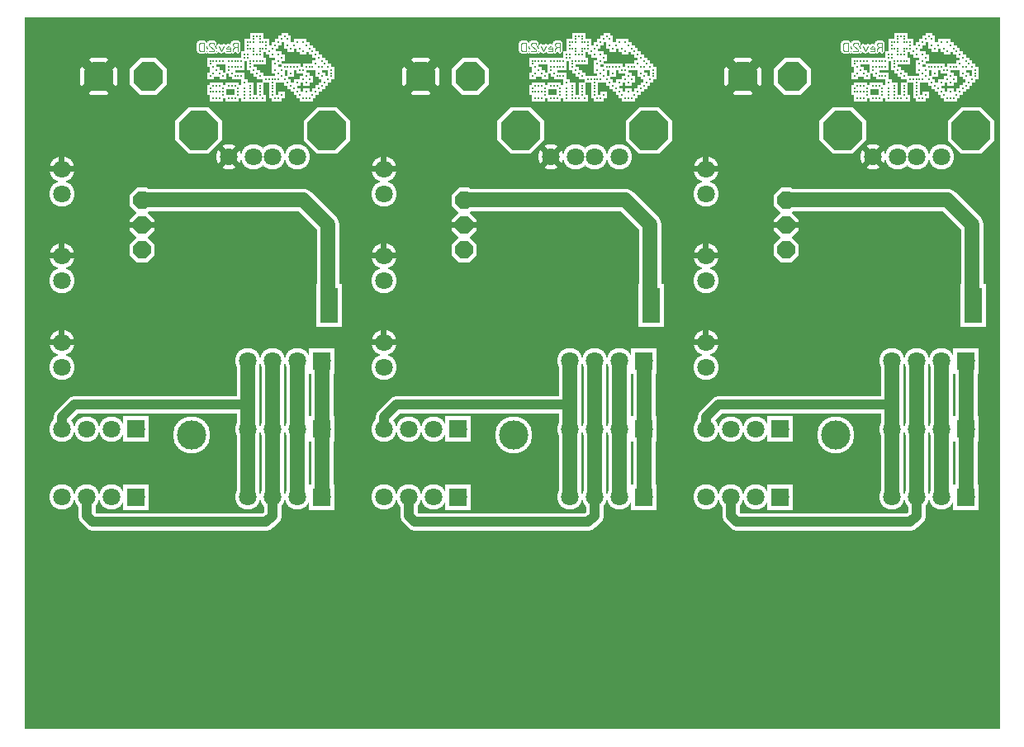
<source format=gbr>
%FSLAX34Y34*%
%MOMM*%
%LNSILK_TOP*%
G71*
G01*
%ADD10C, 2.60*%
%ADD11R, 0.67X0.67*%
%ADD12C, 0.51*%
%ADD13C, 2.30*%
%ADD14C, 1.80*%
%ADD15C, 3.80*%
%ADD16C, 1.00*%
%ADD17C, 0.60*%
%ADD18C, 1.80*%
%ADD19R, 0.27X0.27*%
%ADD20C, 0.11*%
%ADD21C, 1.50*%
%ADD22C, 3.00*%
%LPD*%
G36*
X0Y1000000D02*
X1000000Y1000000D01*
X1000000Y270000D01*
X0Y270000D01*
X0Y1000000D01*
G37*
%LPC*%
G36*
X146000Y931915D02*
X134885Y920800D01*
X119115Y920800D01*
X108000Y931915D01*
X108000Y947685D01*
X119115Y958800D01*
X134885Y958800D01*
X146000Y947685D01*
X146000Y931915D01*
G37*
G36*
X95200Y931915D02*
X84085Y920800D01*
X68315Y920800D01*
X57200Y931915D01*
X57200Y947685D01*
X68315Y958800D01*
X84085Y958800D01*
X95200Y947685D01*
X95200Y931915D01*
G37*
X38100Y819150D02*
G54D10*
D03*
X38100Y844550D02*
G54D10*
D03*
X38100Y730250D02*
G54D10*
D03*
X38100Y755650D02*
G54D10*
D03*
G36*
X57200Y947685D02*
X68315Y958800D01*
X84085Y958800D01*
X95200Y947685D01*
X95200Y931915D01*
X84085Y920800D01*
X68315Y920800D01*
X57200Y931915D01*
X57200Y947685D01*
G37*
X38100Y844550D02*
G54D10*
D03*
X38100Y755650D02*
G54D10*
D03*
X209550Y857250D02*
G54D10*
D03*
G36*
X126045Y825800D02*
X133650Y818195D01*
X133650Y807405D01*
X126045Y799800D01*
X115255Y799800D01*
X107650Y807405D01*
X107650Y818195D01*
X115255Y825800D01*
X126045Y825800D01*
G37*
G36*
X126045Y800400D02*
X133650Y792795D01*
X133650Y782005D01*
X126045Y774400D01*
X115255Y774400D01*
X107650Y782005D01*
X107650Y792795D01*
X115255Y800400D01*
X126045Y800400D01*
G37*
G36*
X126045Y775000D02*
X133650Y767395D01*
X133650Y756605D01*
X126045Y749000D01*
X115255Y749000D01*
X107650Y756605D01*
X107650Y767395D01*
X115255Y775000D01*
X126045Y775000D01*
G37*
G36*
X126045Y800400D02*
X133650Y792795D01*
X133650Y782005D01*
X126045Y774400D01*
X115255Y774400D01*
X107650Y782005D01*
X107650Y792795D01*
X115255Y800400D01*
X126045Y800400D01*
G37*
X279400Y857250D02*
G54D10*
D03*
X254397Y857250D02*
G54D10*
D03*
X234553Y857250D02*
G54D10*
D03*
X209550Y857250D02*
G54D10*
D03*
G36*
X334158Y874277D02*
X320118Y860237D01*
X300198Y860237D01*
X286158Y874277D01*
X286158Y894197D01*
X300198Y908237D01*
X320118Y908237D01*
X334158Y894197D01*
X334158Y874277D01*
G37*
G36*
X202594Y874277D02*
X188554Y860237D01*
X168634Y860237D01*
X154594Y874277D01*
X154594Y894197D01*
X168634Y908237D01*
X188554Y908237D01*
X202594Y894197D01*
X202594Y874277D01*
G37*
X314325Y939800D02*
G54D11*
D03*
X311150Y936625D02*
G54D11*
D03*
X307975Y933450D02*
G54D11*
D03*
X304800Y930275D02*
G54D11*
D03*
X314325Y946150D02*
G54D11*
D03*
X311150Y949325D02*
G54D11*
D03*
X307975Y952500D02*
G54D11*
D03*
X304800Y955675D02*
G54D11*
D03*
X301625Y958850D02*
G54D11*
D03*
X301625Y927100D02*
G54D11*
D03*
X298450Y923925D02*
G54D11*
D03*
X295275Y920750D02*
G54D11*
D03*
X292100Y917575D02*
G54D11*
D03*
X285750Y917575D02*
G54D11*
D03*
X282575Y920750D02*
G54D11*
D03*
X279400Y923925D02*
G54D11*
D03*
X276225Y927100D02*
G54D11*
D03*
X273050Y930275D02*
G54D11*
D03*
X269875Y933450D02*
G54D11*
D03*
X266700Y936625D02*
G54D11*
D03*
X263525Y939800D02*
G54D11*
D03*
X260350Y942975D02*
G54D11*
D03*
X298450Y962025D02*
G54D11*
D03*
X295275Y965200D02*
G54D11*
D03*
X292100Y968375D02*
G54D11*
D03*
X288925Y971550D02*
G54D11*
D03*
X273050Y968375D02*
G54D11*
D03*
X263525Y958850D02*
G54D11*
D03*
X260350Y962025D02*
G54D11*
D03*
X269875Y971550D02*
G54D11*
D03*
X269875Y977900D02*
G54D11*
D03*
X266700Y981075D02*
G54D11*
D03*
X263525Y977900D02*
G54D11*
D03*
X260350Y974725D02*
G54D11*
D03*
X257175Y971550D02*
G54D11*
D03*
X254000Y968375D02*
G54D11*
D03*
X250825Y965200D02*
G54D11*
D03*
X254000Y962025D02*
G54D11*
D03*
X304800Y949325D02*
G54D11*
D03*
X301625Y949325D02*
G54D11*
D03*
X298450Y952500D02*
G54D11*
D03*
X295275Y949325D02*
G54D11*
D03*
X292100Y949325D02*
G54D11*
D03*
X288925Y949325D02*
G54D11*
D03*
X285750Y946150D02*
G54D11*
D03*
X282575Y946150D02*
G54D11*
D03*
X279400Y949325D02*
G54D11*
D03*
X276225Y949325D02*
G54D11*
D03*
X273050Y949325D02*
G54D11*
D03*
X269875Y949325D02*
G54D11*
D03*
X266700Y949325D02*
G54D11*
D03*
X263525Y946150D02*
G54D11*
D03*
X247650Y974725D02*
G54D11*
D03*
X247650Y971550D02*
G54D11*
D03*
X247650Y968375D02*
G54D11*
D03*
X244475Y968375D02*
G54D11*
D03*
X244475Y974725D02*
G54D11*
D03*
X241300Y974725D02*
G54D11*
D03*
X241300Y977900D02*
G54D11*
D03*
X241300Y981075D02*
G54D11*
D03*
X238125Y981075D02*
G54D11*
D03*
X234950Y981075D02*
G54D11*
D03*
X234950Y977900D02*
G54D11*
D03*
X234950Y974725D02*
G54D11*
D03*
X231775Y974725D02*
G54D11*
D03*
X228600Y974725D02*
G54D11*
D03*
X228600Y971550D02*
G54D11*
D03*
X228600Y968375D02*
G54D11*
D03*
X231775Y968375D02*
G54D11*
D03*
X234950Y968375D02*
G54D11*
D03*
X241300Y968375D02*
G54D11*
D03*
X241300Y965200D02*
G54D11*
D03*
X241300Y962025D02*
G54D11*
D03*
X238125Y962025D02*
G54D11*
D03*
X234950Y962025D02*
G54D11*
D03*
X234950Y965200D02*
G54D11*
D03*
X285750Y974725D02*
G54D11*
D03*
X279400Y974725D02*
G54D11*
D03*
X276225Y971550D02*
G54D11*
D03*
X260350Y955675D02*
G54D11*
D03*
X257175Y952500D02*
G54D11*
D03*
X257175Y946150D02*
G54D11*
D03*
X260350Y936625D02*
G54D11*
D03*
X257175Y936625D02*
G54D11*
D03*
X254000Y936625D02*
G54D11*
D03*
X250825Y936625D02*
G54D11*
D03*
X247650Y936625D02*
G54D11*
D03*
X254000Y933450D02*
G54D11*
D03*
X254000Y930275D02*
G54D11*
D03*
X254000Y927100D02*
G54D11*
D03*
X254000Y923925D02*
G54D11*
D03*
X254000Y920750D02*
G54D11*
D03*
X257175Y917575D02*
G54D11*
D03*
X260350Y917575D02*
G54D11*
D03*
X263525Y920750D02*
G54D11*
D03*
X244475Y917575D02*
G54D11*
D03*
X241300Y920750D02*
G54D11*
D03*
X241300Y923925D02*
G54D11*
D03*
X241300Y927100D02*
G54D11*
D03*
X241300Y930275D02*
G54D11*
D03*
X238125Y917575D02*
G54D11*
D03*
X234950Y917575D02*
G54D11*
D03*
X231775Y917575D02*
G54D11*
D03*
X231775Y920750D02*
G54D11*
D03*
X231775Y923925D02*
G54D11*
D03*
X231775Y927100D02*
G54D11*
D03*
X231775Y930275D02*
G54D11*
D03*
X225425Y933450D02*
G54D11*
D03*
X225425Y927100D02*
G54D11*
D03*
X225425Y923925D02*
G54D11*
D03*
X225425Y920750D02*
G54D11*
D03*
X225425Y917575D02*
G54D11*
D03*
X219075Y920750D02*
G54D11*
D03*
X219075Y923925D02*
G54D11*
D03*
X219075Y927100D02*
G54D11*
D03*
X215900Y930275D02*
G54D11*
D03*
X212725Y930275D02*
G54D11*
D03*
X215900Y917575D02*
G54D11*
D03*
X212725Y917575D02*
G54D11*
D03*
X209550Y917575D02*
G54D11*
D03*
X209550Y930275D02*
G54D11*
D03*
X203200Y920750D02*
G54D11*
D03*
X203200Y923925D02*
G54D11*
D03*
X203200Y927100D02*
G54D11*
D03*
X200025Y930275D02*
G54D11*
D03*
X196850Y930275D02*
G54D11*
D03*
X193675Y930275D02*
G54D11*
D03*
X200025Y917575D02*
G54D11*
D03*
X196850Y917575D02*
G54D11*
D03*
X193675Y917575D02*
G54D11*
D03*
X190500Y927100D02*
G54D11*
D03*
X190500Y923925D02*
G54D11*
D03*
X193675Y923925D02*
G54D11*
D03*
X196850Y923925D02*
G54D11*
D03*
X200025Y923925D02*
G54D11*
D03*
X292100Y936625D02*
G54D11*
D03*
X288925Y933450D02*
G54D11*
D03*
X285750Y936625D02*
G54D11*
D03*
X288925Y939800D02*
G54D11*
D03*
X279400Y933450D02*
G54D11*
D03*
X301625Y942975D02*
G54D11*
D03*
X273050Y942975D02*
G54D11*
D03*
X288925Y923925D02*
G54D11*
D03*
X304800Y939800D02*
G54D11*
D03*
X244475Y955675D02*
G54D11*
D03*
X241300Y955675D02*
G54D11*
D03*
X238125Y955675D02*
G54D11*
D03*
X234950Y955675D02*
G54D11*
D03*
X231775Y955675D02*
G54D11*
D03*
X231775Y952500D02*
G54D11*
D03*
X231775Y949325D02*
G54D11*
D03*
X234950Y946150D02*
G54D11*
D03*
X238125Y942975D02*
G54D11*
D03*
X241300Y939800D02*
G54D11*
D03*
X228600Y962025D02*
G54D11*
D03*
X228600Y958850D02*
G54D11*
D03*
X225425Y958850D02*
G54D11*
D03*
X225425Y962025D02*
G54D11*
D03*
X222250Y955675D02*
G54D11*
D03*
X219075Y955675D02*
G54D11*
D03*
X215900Y955675D02*
G54D11*
D03*
X212725Y955675D02*
G54D11*
D03*
X209550Y955675D02*
G54D11*
D03*
X222250Y949325D02*
G54D11*
D03*
X219075Y949325D02*
G54D11*
D03*
X215900Y949325D02*
G54D11*
D03*
X212725Y949325D02*
G54D11*
D03*
X209550Y949325D02*
G54D11*
D03*
X209550Y946150D02*
G54D11*
D03*
X212725Y942975D02*
G54D11*
D03*
X215900Y939800D02*
G54D11*
D03*
X222250Y939800D02*
G54D11*
D03*
X219075Y939800D02*
G54D11*
D03*
X203200Y955675D02*
G54D11*
D03*
X200025Y955675D02*
G54D11*
D03*
X196850Y955675D02*
G54D11*
D03*
X193675Y955675D02*
G54D11*
D03*
X190500Y955675D02*
G54D11*
D03*
X190500Y952500D02*
G54D11*
D03*
X193675Y949325D02*
G54D11*
D03*
X196850Y946150D02*
G54D11*
D03*
X200025Y942975D02*
G54D11*
D03*
X203200Y939800D02*
G54D11*
D03*
X193675Y942975D02*
G54D11*
D03*
X190500Y939800D02*
G54D11*
D03*
X282575Y968375D02*
G54D11*
D03*
X285750Y965200D02*
G54D11*
D03*
G54D12*
X216408Y969644D02*
X214408Y968533D01*
X213742Y967422D01*
X213742Y965200D01*
G54D12*
X219075Y965200D02*
X219075Y974089D01*
X215742Y974089D01*
X214408Y973533D01*
X213742Y972422D01*
X213742Y971311D01*
X214408Y970200D01*
X215742Y969644D01*
X219075Y969644D01*
G54D12*
X207298Y965756D02*
X208365Y965200D01*
X209698Y965200D01*
X211031Y965756D01*
X211298Y966867D01*
X211298Y968756D01*
X210631Y969867D01*
X209298Y970200D01*
X207965Y969867D01*
X207298Y969089D01*
X207298Y967978D01*
X211298Y967978D01*
G54D12*
X204854Y970200D02*
X202187Y965200D01*
X199521Y970200D01*
G54D12*
X197077Y965200D02*
X197077Y965200D01*
G54D12*
X189300Y965200D02*
X194633Y965200D01*
X194633Y965756D01*
X193966Y966867D01*
X189966Y970200D01*
X189300Y971311D01*
X189300Y972422D01*
X189966Y973533D01*
X191300Y974089D01*
X192633Y974089D01*
X193966Y973533D01*
X194633Y972422D01*
G54D12*
X186856Y965200D02*
X186856Y965200D01*
G54D12*
X179079Y972422D02*
X179079Y966867D01*
X179745Y965756D01*
X181079Y965200D01*
X182412Y965200D01*
X183745Y965756D01*
X184412Y966867D01*
X184412Y972422D01*
X183745Y973533D01*
X182412Y974089D01*
X181079Y974089D01*
X179745Y973533D01*
X179079Y972422D01*
X228600Y647700D02*
G54D10*
D03*
X254000Y647700D02*
G54D10*
D03*
X279400Y647700D02*
G54D10*
D03*
X304800Y647700D02*
G54D10*
D03*
X228600Y577850D02*
G54D10*
D03*
X254000Y577850D02*
G54D10*
D03*
X279400Y577850D02*
G54D10*
D03*
X304800Y577850D02*
G54D10*
D03*
X38100Y577850D02*
G54D10*
D03*
X63500Y577850D02*
G54D10*
D03*
X88900Y577850D02*
G54D10*
D03*
X114300Y577850D02*
G54D10*
D03*
X38100Y508000D02*
G54D10*
D03*
X63500Y508000D02*
G54D10*
D03*
X88900Y508000D02*
G54D10*
D03*
X114300Y508000D02*
G54D10*
D03*
X228600Y508000D02*
G54D10*
D03*
X254000Y508000D02*
G54D10*
D03*
X279400Y508000D02*
G54D10*
D03*
X304800Y508000D02*
G54D10*
D03*
X38100Y641350D02*
G54D10*
D03*
X38100Y666750D02*
G54D10*
D03*
G54D13*
X228600Y647700D02*
X228600Y508000D01*
G54D13*
X254000Y647700D02*
X254000Y508000D01*
G54D13*
X279400Y647700D02*
X279400Y508000D01*
G54D13*
X304800Y647700D02*
X304800Y508000D01*
X38100Y666750D02*
G54D10*
D03*
X288925Y917575D02*
G54D11*
D03*
X314325Y942975D02*
G54D11*
D03*
G36*
X291800Y521000D02*
X317800Y521000D01*
X317800Y495000D01*
X291800Y495000D01*
X291800Y521000D01*
G37*
G36*
X101300Y590850D02*
X127300Y590850D01*
X127300Y564850D01*
X101300Y564850D01*
X101300Y590850D01*
G37*
G36*
X101300Y521000D02*
X127300Y521000D01*
X127300Y495000D01*
X101300Y495000D01*
X101300Y521000D01*
G37*
G36*
X291800Y590850D02*
X317800Y590850D01*
X317800Y564850D01*
X291800Y564850D01*
X291800Y590850D01*
G37*
G36*
X291800Y660700D02*
X317800Y660700D01*
X317800Y634700D01*
X291800Y634700D01*
X291800Y660700D01*
G37*
G54D14*
X254000Y508000D02*
X254000Y488950D01*
X247650Y482600D01*
X69850Y482600D01*
X63500Y488950D01*
X63500Y508000D01*
G54D14*
X38100Y577850D02*
X38100Y590550D01*
X50800Y603250D01*
X228600Y603250D01*
X171450Y571500D02*
G54D15*
D03*
G54D13*
X120650Y812800D02*
X285750Y812800D01*
X311150Y787400D01*
X311150Y711200D01*
G36*
X299341Y726850D02*
X325341Y726850D01*
X325341Y682850D01*
X299341Y682850D01*
X299341Y726850D01*
G37*
G36*
X476200Y931915D02*
X465085Y920800D01*
X449315Y920800D01*
X438200Y931915D01*
X438200Y947685D01*
X449315Y958800D01*
X465085Y958800D01*
X476200Y947685D01*
X476200Y931915D01*
G37*
G36*
X425400Y931915D02*
X414285Y920800D01*
X398515Y920800D01*
X387400Y931915D01*
X387400Y947685D01*
X398515Y958800D01*
X414285Y958800D01*
X425400Y947685D01*
X425400Y931915D01*
G37*
X368300Y819150D02*
G54D10*
D03*
X368300Y844550D02*
G54D10*
D03*
X368300Y730250D02*
G54D10*
D03*
X368300Y755650D02*
G54D10*
D03*
G36*
X387400Y947685D02*
X398515Y958800D01*
X414285Y958800D01*
X425400Y947685D01*
X425400Y931915D01*
X414285Y920800D01*
X398515Y920800D01*
X387400Y931915D01*
X387400Y947685D01*
G37*
X368300Y844550D02*
G54D10*
D03*
X368300Y755650D02*
G54D10*
D03*
X539750Y857250D02*
G54D10*
D03*
G36*
X456245Y825800D02*
X463850Y818195D01*
X463850Y807405D01*
X456245Y799800D01*
X445455Y799800D01*
X437850Y807405D01*
X437850Y818195D01*
X445455Y825800D01*
X456245Y825800D01*
G37*
G36*
X456245Y800400D02*
X463850Y792795D01*
X463850Y782005D01*
X456245Y774400D01*
X445455Y774400D01*
X437850Y782005D01*
X437850Y792795D01*
X445455Y800400D01*
X456245Y800400D01*
G37*
G36*
X456245Y775000D02*
X463850Y767395D01*
X463850Y756605D01*
X456245Y749000D01*
X445455Y749000D01*
X437850Y756605D01*
X437850Y767395D01*
X445455Y775000D01*
X456245Y775000D01*
G37*
G36*
X456245Y800400D02*
X463850Y792795D01*
X463850Y782005D01*
X456245Y774400D01*
X445455Y774400D01*
X437850Y782005D01*
X437850Y792795D01*
X445455Y800400D01*
X456245Y800400D01*
G37*
X609600Y857250D02*
G54D10*
D03*
X584597Y857250D02*
G54D10*
D03*
X564753Y857250D02*
G54D10*
D03*
X539750Y857250D02*
G54D10*
D03*
G36*
X664358Y874278D02*
X650318Y860238D01*
X630398Y860238D01*
X616358Y874278D01*
X616358Y894198D01*
X630398Y908238D01*
X650318Y908238D01*
X664358Y894198D01*
X664358Y874278D01*
G37*
G36*
X532794Y874277D02*
X518754Y860237D01*
X498834Y860237D01*
X484794Y874277D01*
X484794Y894197D01*
X498834Y908237D01*
X518754Y908237D01*
X532794Y894197D01*
X532794Y874277D01*
G37*
X644525Y939800D02*
G54D11*
D03*
X641350Y936625D02*
G54D11*
D03*
X638175Y933450D02*
G54D11*
D03*
X635000Y930275D02*
G54D11*
D03*
X644525Y946150D02*
G54D11*
D03*
X641350Y949325D02*
G54D11*
D03*
X638175Y952500D02*
G54D11*
D03*
X635000Y955675D02*
G54D11*
D03*
X631825Y958850D02*
G54D11*
D03*
X631825Y927100D02*
G54D11*
D03*
X628650Y923925D02*
G54D11*
D03*
X625475Y920750D02*
G54D11*
D03*
X622300Y917575D02*
G54D11*
D03*
X615950Y917575D02*
G54D11*
D03*
X612775Y920750D02*
G54D11*
D03*
X609600Y923925D02*
G54D11*
D03*
X606425Y927100D02*
G54D11*
D03*
X603250Y930275D02*
G54D11*
D03*
X600075Y933450D02*
G54D11*
D03*
X596900Y936625D02*
G54D11*
D03*
X593725Y939800D02*
G54D11*
D03*
X590550Y942975D02*
G54D11*
D03*
X628650Y962025D02*
G54D11*
D03*
X625475Y965200D02*
G54D11*
D03*
X622300Y968375D02*
G54D11*
D03*
X619125Y971550D02*
G54D11*
D03*
X603250Y968375D02*
G54D11*
D03*
X593725Y958850D02*
G54D11*
D03*
X590550Y962025D02*
G54D11*
D03*
X600075Y971550D02*
G54D11*
D03*
X600075Y977900D02*
G54D11*
D03*
X596900Y981075D02*
G54D11*
D03*
X593725Y977900D02*
G54D11*
D03*
X590550Y974725D02*
G54D11*
D03*
X587375Y971550D02*
G54D11*
D03*
X584200Y968375D02*
G54D11*
D03*
X581025Y965200D02*
G54D11*
D03*
X584200Y962025D02*
G54D11*
D03*
X635000Y949325D02*
G54D11*
D03*
X631825Y949325D02*
G54D11*
D03*
X628650Y952500D02*
G54D11*
D03*
X625475Y949325D02*
G54D11*
D03*
X622300Y949325D02*
G54D11*
D03*
X619125Y949325D02*
G54D11*
D03*
X615950Y946150D02*
G54D11*
D03*
X612775Y946150D02*
G54D11*
D03*
X609600Y949325D02*
G54D11*
D03*
X606425Y949325D02*
G54D11*
D03*
X603250Y949325D02*
G54D11*
D03*
X600075Y949325D02*
G54D11*
D03*
X596900Y949325D02*
G54D11*
D03*
X593725Y946150D02*
G54D11*
D03*
X577850Y974725D02*
G54D11*
D03*
X577850Y971550D02*
G54D11*
D03*
X577850Y968375D02*
G54D11*
D03*
X574675Y968375D02*
G54D11*
D03*
X574675Y974725D02*
G54D11*
D03*
X571500Y974725D02*
G54D11*
D03*
X571500Y977900D02*
G54D11*
D03*
X571500Y981075D02*
G54D11*
D03*
X568325Y981075D02*
G54D11*
D03*
X565150Y981075D02*
G54D11*
D03*
X565150Y977900D02*
G54D11*
D03*
X565150Y974725D02*
G54D11*
D03*
X561975Y974725D02*
G54D11*
D03*
X558800Y974725D02*
G54D11*
D03*
X558800Y971550D02*
G54D11*
D03*
X558800Y968375D02*
G54D11*
D03*
X561975Y968375D02*
G54D11*
D03*
X565150Y968375D02*
G54D11*
D03*
X571500Y968375D02*
G54D11*
D03*
X571500Y965200D02*
G54D11*
D03*
X571500Y962025D02*
G54D11*
D03*
X568325Y962025D02*
G54D11*
D03*
X565150Y962025D02*
G54D11*
D03*
X565150Y965200D02*
G54D11*
D03*
X615950Y974725D02*
G54D11*
D03*
X609600Y974725D02*
G54D11*
D03*
X606425Y971550D02*
G54D11*
D03*
X590550Y955675D02*
G54D11*
D03*
X587375Y952500D02*
G54D11*
D03*
X587375Y946150D02*
G54D11*
D03*
X590550Y936625D02*
G54D11*
D03*
X587375Y936625D02*
G54D11*
D03*
X584200Y936625D02*
G54D11*
D03*
X581025Y936625D02*
G54D11*
D03*
X577850Y936625D02*
G54D11*
D03*
X584200Y933450D02*
G54D11*
D03*
X584200Y930275D02*
G54D11*
D03*
X584200Y927100D02*
G54D11*
D03*
X584200Y923925D02*
G54D11*
D03*
X584200Y920750D02*
G54D11*
D03*
X587375Y917575D02*
G54D11*
D03*
X590550Y917575D02*
G54D11*
D03*
X593725Y920750D02*
G54D11*
D03*
X574675Y917575D02*
G54D11*
D03*
X571500Y920750D02*
G54D11*
D03*
X571500Y923925D02*
G54D11*
D03*
X571500Y927100D02*
G54D11*
D03*
X571500Y930275D02*
G54D11*
D03*
X568325Y917575D02*
G54D11*
D03*
X565150Y917575D02*
G54D11*
D03*
X561975Y917575D02*
G54D11*
D03*
X561975Y920750D02*
G54D11*
D03*
X561975Y923925D02*
G54D11*
D03*
X561975Y927100D02*
G54D11*
D03*
X561975Y930275D02*
G54D11*
D03*
X555625Y933450D02*
G54D11*
D03*
X555625Y927100D02*
G54D11*
D03*
X555625Y923925D02*
G54D11*
D03*
X555625Y920750D02*
G54D11*
D03*
X555625Y917575D02*
G54D11*
D03*
X549275Y920750D02*
G54D11*
D03*
X549275Y923925D02*
G54D11*
D03*
X549275Y927100D02*
G54D11*
D03*
X546100Y930275D02*
G54D11*
D03*
X542925Y930275D02*
G54D11*
D03*
X546100Y917575D02*
G54D11*
D03*
X542925Y917575D02*
G54D11*
D03*
X539750Y917575D02*
G54D11*
D03*
X539750Y930275D02*
G54D11*
D03*
X533400Y920750D02*
G54D11*
D03*
X533400Y923925D02*
G54D11*
D03*
X533400Y927100D02*
G54D11*
D03*
X530225Y930275D02*
G54D11*
D03*
X527050Y930275D02*
G54D11*
D03*
X523875Y930275D02*
G54D11*
D03*
X530225Y917575D02*
G54D11*
D03*
X527050Y917575D02*
G54D11*
D03*
X523875Y917575D02*
G54D11*
D03*
X520700Y927100D02*
G54D11*
D03*
X520700Y923925D02*
G54D11*
D03*
X523875Y923925D02*
G54D11*
D03*
X527050Y923925D02*
G54D11*
D03*
X530225Y923925D02*
G54D11*
D03*
X622300Y936625D02*
G54D11*
D03*
X619125Y933450D02*
G54D11*
D03*
X615950Y936625D02*
G54D11*
D03*
X619125Y939800D02*
G54D11*
D03*
X609600Y933450D02*
G54D11*
D03*
X631825Y942975D02*
G54D11*
D03*
X603250Y942975D02*
G54D11*
D03*
X619125Y923925D02*
G54D11*
D03*
X635000Y939800D02*
G54D11*
D03*
X574675Y955675D02*
G54D11*
D03*
X571500Y955675D02*
G54D11*
D03*
X568325Y955675D02*
G54D11*
D03*
X565150Y955675D02*
G54D11*
D03*
X561975Y955675D02*
G54D11*
D03*
X561975Y952500D02*
G54D11*
D03*
X561975Y949325D02*
G54D11*
D03*
X565150Y946150D02*
G54D11*
D03*
X568325Y942975D02*
G54D11*
D03*
X571500Y939800D02*
G54D11*
D03*
X558800Y962025D02*
G54D11*
D03*
X558800Y958850D02*
G54D11*
D03*
X555625Y958850D02*
G54D11*
D03*
X555625Y962025D02*
G54D11*
D03*
X552450Y955675D02*
G54D11*
D03*
X549275Y955675D02*
G54D11*
D03*
X546100Y955675D02*
G54D11*
D03*
X542925Y955675D02*
G54D11*
D03*
X539750Y955675D02*
G54D11*
D03*
X552450Y949325D02*
G54D11*
D03*
X549275Y949325D02*
G54D11*
D03*
X546100Y949325D02*
G54D11*
D03*
X542925Y949325D02*
G54D11*
D03*
X539750Y949325D02*
G54D11*
D03*
X539750Y946150D02*
G54D11*
D03*
X542925Y942975D02*
G54D11*
D03*
X546100Y939800D02*
G54D11*
D03*
X552450Y939800D02*
G54D11*
D03*
X549275Y939800D02*
G54D11*
D03*
X533400Y955675D02*
G54D11*
D03*
X530225Y955675D02*
G54D11*
D03*
X527050Y955675D02*
G54D11*
D03*
X523875Y955675D02*
G54D11*
D03*
X520700Y955675D02*
G54D11*
D03*
X520700Y952500D02*
G54D11*
D03*
X523875Y949325D02*
G54D11*
D03*
X527050Y946150D02*
G54D11*
D03*
X530225Y942975D02*
G54D11*
D03*
X533400Y939800D02*
G54D11*
D03*
X523875Y942975D02*
G54D11*
D03*
X520700Y939800D02*
G54D11*
D03*
X612775Y968375D02*
G54D11*
D03*
X615950Y965200D02*
G54D11*
D03*
G54D12*
X546608Y969644D02*
X544608Y968533D01*
X543942Y967422D01*
X543942Y965200D01*
G54D12*
X549275Y965200D02*
X549275Y974089D01*
X545942Y974089D01*
X544608Y973533D01*
X543942Y972422D01*
X543942Y971311D01*
X544608Y970200D01*
X545942Y969644D01*
X549275Y969644D01*
G54D12*
X537498Y965756D02*
X538565Y965200D01*
X539898Y965200D01*
X541231Y965756D01*
X541498Y966867D01*
X541498Y968756D01*
X540831Y969867D01*
X539498Y970200D01*
X538165Y969867D01*
X537498Y969089D01*
X537498Y967978D01*
X541498Y967978D01*
G54D12*
X535054Y970200D02*
X532387Y965200D01*
X529721Y970200D01*
G54D12*
X527277Y965200D02*
X527277Y965200D01*
G54D12*
X519500Y965200D02*
X524833Y965200D01*
X524833Y965756D01*
X524166Y966867D01*
X520166Y970200D01*
X519500Y971311D01*
X519500Y972422D01*
X520166Y973533D01*
X521500Y974089D01*
X522833Y974089D01*
X524166Y973533D01*
X524833Y972422D01*
G54D12*
X517056Y965200D02*
X517056Y965200D01*
G54D12*
X509279Y972422D02*
X509279Y966867D01*
X509945Y965756D01*
X511279Y965200D01*
X512612Y965200D01*
X513945Y965756D01*
X514612Y966867D01*
X514612Y972422D01*
X513945Y973533D01*
X512612Y974089D01*
X511279Y974089D01*
X509945Y973533D01*
X509279Y972422D01*
X558800Y647700D02*
G54D10*
D03*
X584200Y647700D02*
G54D10*
D03*
X609600Y647700D02*
G54D10*
D03*
X635000Y647700D02*
G54D10*
D03*
X558800Y577850D02*
G54D10*
D03*
X584200Y577850D02*
G54D10*
D03*
X609600Y577850D02*
G54D10*
D03*
X635000Y577850D02*
G54D10*
D03*
X368300Y577850D02*
G54D10*
D03*
X393700Y577850D02*
G54D10*
D03*
X419100Y577850D02*
G54D10*
D03*
X444500Y577850D02*
G54D10*
D03*
X368300Y508000D02*
G54D10*
D03*
X393700Y508000D02*
G54D10*
D03*
X419100Y508000D02*
G54D10*
D03*
X444500Y508000D02*
G54D10*
D03*
X558800Y508000D02*
G54D10*
D03*
X584200Y508000D02*
G54D10*
D03*
X609600Y508000D02*
G54D10*
D03*
X635000Y508000D02*
G54D10*
D03*
X368300Y641350D02*
G54D10*
D03*
X368300Y666750D02*
G54D10*
D03*
G54D13*
X558800Y647700D02*
X558800Y508000D01*
G54D13*
X584200Y647700D02*
X584200Y508000D01*
G54D13*
X609600Y647700D02*
X609600Y508000D01*
G54D13*
X635000Y647700D02*
X635000Y508000D01*
X368300Y666750D02*
G54D10*
D03*
X619125Y917575D02*
G54D11*
D03*
X644525Y942975D02*
G54D11*
D03*
G36*
X622000Y521000D02*
X648000Y521000D01*
X648000Y495000D01*
X622000Y495000D01*
X622000Y521000D01*
G37*
G36*
X431500Y590850D02*
X457500Y590850D01*
X457500Y564850D01*
X431500Y564850D01*
X431500Y590850D01*
G37*
G36*
X431500Y521000D02*
X457500Y521000D01*
X457500Y495000D01*
X431500Y495000D01*
X431500Y521000D01*
G37*
G36*
X622000Y590850D02*
X648000Y590850D01*
X648000Y564850D01*
X622000Y564850D01*
X622000Y590850D01*
G37*
G36*
X622000Y660700D02*
X648000Y660700D01*
X648000Y634700D01*
X622000Y634700D01*
X622000Y660700D01*
G37*
G54D14*
X584200Y508000D02*
X584200Y488950D01*
X577850Y482600D01*
X400050Y482600D01*
X393700Y488950D01*
X393700Y508000D01*
G54D14*
X368300Y577850D02*
X368300Y590550D01*
X381000Y603250D01*
X558800Y603250D01*
X501650Y571500D02*
G54D15*
D03*
G54D13*
X450850Y812800D02*
X615950Y812800D01*
X641350Y787400D01*
X641350Y711200D01*
G36*
X629541Y726850D02*
X655541Y726850D01*
X655541Y682850D01*
X629541Y682850D01*
X629541Y726850D01*
G37*
G36*
X806400Y931915D02*
X795285Y920800D01*
X779515Y920800D01*
X768400Y931915D01*
X768400Y947685D01*
X779515Y958800D01*
X795285Y958800D01*
X806400Y947685D01*
X806400Y931915D01*
G37*
G36*
X755600Y931915D02*
X744485Y920800D01*
X728715Y920800D01*
X717600Y931915D01*
X717600Y947685D01*
X728715Y958800D01*
X744485Y958800D01*
X755600Y947685D01*
X755600Y931915D01*
G37*
X698500Y819150D02*
G54D10*
D03*
X698500Y844550D02*
G54D10*
D03*
X698500Y730250D02*
G54D10*
D03*
X698500Y755650D02*
G54D10*
D03*
G36*
X717600Y947685D02*
X728715Y958800D01*
X744485Y958800D01*
X755600Y947685D01*
X755600Y931915D01*
X744485Y920800D01*
X728715Y920800D01*
X717600Y931915D01*
X717600Y947685D01*
G37*
X698500Y844550D02*
G54D10*
D03*
X698500Y755650D02*
G54D10*
D03*
X869950Y857250D02*
G54D10*
D03*
G36*
X786445Y825800D02*
X794050Y818195D01*
X794050Y807405D01*
X786445Y799800D01*
X775655Y799800D01*
X768050Y807405D01*
X768050Y818195D01*
X775655Y825800D01*
X786445Y825800D01*
G37*
G36*
X786445Y800400D02*
X794050Y792795D01*
X794050Y782005D01*
X786445Y774400D01*
X775655Y774400D01*
X768050Y782005D01*
X768050Y792795D01*
X775655Y800400D01*
X786445Y800400D01*
G37*
G36*
X786445Y775000D02*
X794050Y767395D01*
X794050Y756605D01*
X786445Y749000D01*
X775655Y749000D01*
X768050Y756605D01*
X768050Y767395D01*
X775655Y775000D01*
X786445Y775000D01*
G37*
G36*
X786445Y800400D02*
X794050Y792795D01*
X794050Y782005D01*
X786445Y774400D01*
X775655Y774400D01*
X768050Y782005D01*
X768050Y792795D01*
X775655Y800400D01*
X786445Y800400D01*
G37*
X939800Y857250D02*
G54D10*
D03*
X914797Y857250D02*
G54D10*
D03*
X894953Y857250D02*
G54D10*
D03*
X869950Y857250D02*
G54D10*
D03*
G36*
X994558Y874278D02*
X980518Y860238D01*
X960598Y860238D01*
X946558Y874278D01*
X946558Y894198D01*
X960598Y908238D01*
X980518Y908238D01*
X994558Y894198D01*
X994558Y874278D01*
G37*
G36*
X862994Y874277D02*
X848954Y860237D01*
X829034Y860237D01*
X814994Y874277D01*
X814994Y894197D01*
X829034Y908237D01*
X848954Y908237D01*
X862994Y894197D01*
X862994Y874277D01*
G37*
X974725Y939800D02*
G54D11*
D03*
X971550Y936625D02*
G54D11*
D03*
X968375Y933450D02*
G54D11*
D03*
X965200Y930275D02*
G54D11*
D03*
X974725Y946150D02*
G54D11*
D03*
X971550Y949325D02*
G54D11*
D03*
X968375Y952500D02*
G54D11*
D03*
X965200Y955675D02*
G54D11*
D03*
X962025Y958850D02*
G54D11*
D03*
X962025Y927100D02*
G54D11*
D03*
X958850Y923925D02*
G54D11*
D03*
X955675Y920750D02*
G54D11*
D03*
X952500Y917575D02*
G54D11*
D03*
X946150Y917575D02*
G54D11*
D03*
X942975Y920750D02*
G54D11*
D03*
X939800Y923925D02*
G54D11*
D03*
X936625Y927100D02*
G54D11*
D03*
X933450Y930275D02*
G54D11*
D03*
X930275Y933450D02*
G54D11*
D03*
X927100Y936625D02*
G54D11*
D03*
X923925Y939800D02*
G54D11*
D03*
X920750Y942975D02*
G54D11*
D03*
X958850Y962025D02*
G54D11*
D03*
X955675Y965200D02*
G54D11*
D03*
X952500Y968375D02*
G54D11*
D03*
X949325Y971550D02*
G54D11*
D03*
X933450Y968375D02*
G54D11*
D03*
X923925Y958850D02*
G54D11*
D03*
X920750Y962025D02*
G54D11*
D03*
X930275Y971550D02*
G54D11*
D03*
X930275Y977900D02*
G54D11*
D03*
X927100Y981075D02*
G54D11*
D03*
X923925Y977900D02*
G54D11*
D03*
X920750Y974725D02*
G54D11*
D03*
X917575Y971550D02*
G54D11*
D03*
X914400Y968375D02*
G54D11*
D03*
X911225Y965200D02*
G54D11*
D03*
X914400Y962025D02*
G54D11*
D03*
X965200Y949325D02*
G54D11*
D03*
X962025Y949325D02*
G54D11*
D03*
X958850Y952500D02*
G54D11*
D03*
X955675Y949325D02*
G54D11*
D03*
X952500Y949325D02*
G54D11*
D03*
X949325Y949325D02*
G54D11*
D03*
X946150Y946150D02*
G54D11*
D03*
X942975Y946150D02*
G54D11*
D03*
X939800Y949325D02*
G54D11*
D03*
X936625Y949325D02*
G54D11*
D03*
X933450Y949325D02*
G54D11*
D03*
X930275Y949325D02*
G54D11*
D03*
X927100Y949325D02*
G54D11*
D03*
X923925Y946150D02*
G54D11*
D03*
X908050Y974725D02*
G54D11*
D03*
X908050Y971550D02*
G54D11*
D03*
X908050Y968375D02*
G54D11*
D03*
X904875Y968375D02*
G54D11*
D03*
X904875Y974725D02*
G54D11*
D03*
X901700Y974725D02*
G54D11*
D03*
X901700Y977900D02*
G54D11*
D03*
X901700Y981075D02*
G54D11*
D03*
X898525Y981075D02*
G54D11*
D03*
X895350Y981075D02*
G54D11*
D03*
X895350Y977900D02*
G54D11*
D03*
X895350Y974725D02*
G54D11*
D03*
X892175Y974725D02*
G54D11*
D03*
X889000Y974725D02*
G54D11*
D03*
X889000Y971550D02*
G54D11*
D03*
X889000Y968375D02*
G54D11*
D03*
X892175Y968375D02*
G54D11*
D03*
X895350Y968375D02*
G54D11*
D03*
X901700Y968375D02*
G54D11*
D03*
X901700Y965200D02*
G54D11*
D03*
X901700Y962025D02*
G54D11*
D03*
X898525Y962025D02*
G54D11*
D03*
X895350Y962025D02*
G54D11*
D03*
X895350Y965200D02*
G54D11*
D03*
X946150Y974725D02*
G54D11*
D03*
X939800Y974725D02*
G54D11*
D03*
X936625Y971550D02*
G54D11*
D03*
X920750Y955675D02*
G54D11*
D03*
X917575Y952500D02*
G54D11*
D03*
X917575Y946150D02*
G54D11*
D03*
X920750Y936625D02*
G54D11*
D03*
X917575Y936625D02*
G54D11*
D03*
X914400Y936625D02*
G54D11*
D03*
X911225Y936625D02*
G54D11*
D03*
X908050Y936625D02*
G54D11*
D03*
X914400Y933450D02*
G54D11*
D03*
X914400Y930275D02*
G54D11*
D03*
X914400Y927100D02*
G54D11*
D03*
X914400Y923925D02*
G54D11*
D03*
X914400Y920750D02*
G54D11*
D03*
X917575Y917575D02*
G54D11*
D03*
X920750Y917575D02*
G54D11*
D03*
X923925Y920750D02*
G54D11*
D03*
X904875Y917575D02*
G54D11*
D03*
X901700Y920750D02*
G54D11*
D03*
X901700Y923925D02*
G54D11*
D03*
X901700Y927100D02*
G54D11*
D03*
X901700Y930275D02*
G54D11*
D03*
X898525Y917575D02*
G54D11*
D03*
X895350Y917575D02*
G54D11*
D03*
X892175Y917575D02*
G54D11*
D03*
X892175Y920750D02*
G54D11*
D03*
X892175Y923925D02*
G54D11*
D03*
X892175Y927100D02*
G54D11*
D03*
X892175Y930275D02*
G54D11*
D03*
X885825Y933450D02*
G54D11*
D03*
X885825Y927100D02*
G54D11*
D03*
X885825Y923925D02*
G54D11*
D03*
X885825Y920750D02*
G54D11*
D03*
X885825Y917575D02*
G54D11*
D03*
X879475Y920750D02*
G54D11*
D03*
X879475Y923925D02*
G54D11*
D03*
X879475Y927100D02*
G54D11*
D03*
X876300Y930275D02*
G54D11*
D03*
X873125Y930275D02*
G54D11*
D03*
X876300Y917575D02*
G54D11*
D03*
X873125Y917575D02*
G54D11*
D03*
X869950Y917575D02*
G54D11*
D03*
X869950Y930275D02*
G54D11*
D03*
X863600Y920750D02*
G54D11*
D03*
X863600Y923925D02*
G54D11*
D03*
X863600Y927100D02*
G54D11*
D03*
X860425Y930275D02*
G54D11*
D03*
X857250Y930275D02*
G54D11*
D03*
X854075Y930275D02*
G54D11*
D03*
X860425Y917575D02*
G54D11*
D03*
X857250Y917575D02*
G54D11*
D03*
X854075Y917575D02*
G54D11*
D03*
X850900Y927100D02*
G54D11*
D03*
X850900Y923925D02*
G54D11*
D03*
X854075Y923925D02*
G54D11*
D03*
X857250Y923925D02*
G54D11*
D03*
X860425Y923925D02*
G54D11*
D03*
X952500Y936625D02*
G54D11*
D03*
X949325Y933450D02*
G54D11*
D03*
X946150Y936625D02*
G54D11*
D03*
X949325Y939800D02*
G54D11*
D03*
X939800Y933450D02*
G54D11*
D03*
X962025Y942975D02*
G54D11*
D03*
X933450Y942975D02*
G54D11*
D03*
X949325Y923925D02*
G54D11*
D03*
X965200Y939800D02*
G54D11*
D03*
X904875Y955675D02*
G54D11*
D03*
X901700Y955675D02*
G54D11*
D03*
X898525Y955675D02*
G54D11*
D03*
X895350Y955675D02*
G54D11*
D03*
X892175Y955675D02*
G54D11*
D03*
X892175Y952500D02*
G54D11*
D03*
X892175Y949325D02*
G54D11*
D03*
X895350Y946150D02*
G54D11*
D03*
X898525Y942975D02*
G54D11*
D03*
X901700Y939800D02*
G54D11*
D03*
X889000Y962025D02*
G54D11*
D03*
X889000Y958850D02*
G54D11*
D03*
X885825Y958850D02*
G54D11*
D03*
X885825Y962025D02*
G54D11*
D03*
X882650Y955675D02*
G54D11*
D03*
X879475Y955675D02*
G54D11*
D03*
X876300Y955675D02*
G54D11*
D03*
X873125Y955675D02*
G54D11*
D03*
X869950Y955675D02*
G54D11*
D03*
X882650Y949325D02*
G54D11*
D03*
X879475Y949325D02*
G54D11*
D03*
X876300Y949325D02*
G54D11*
D03*
X873125Y949325D02*
G54D11*
D03*
X869950Y949325D02*
G54D11*
D03*
X869950Y946150D02*
G54D11*
D03*
X873125Y942975D02*
G54D11*
D03*
X876300Y939800D02*
G54D11*
D03*
X882650Y939800D02*
G54D11*
D03*
X879475Y939800D02*
G54D11*
D03*
X863600Y955675D02*
G54D11*
D03*
X860425Y955675D02*
G54D11*
D03*
X857250Y955675D02*
G54D11*
D03*
X854075Y955675D02*
G54D11*
D03*
X850900Y955675D02*
G54D11*
D03*
X850900Y952500D02*
G54D11*
D03*
X854075Y949325D02*
G54D11*
D03*
X857250Y946150D02*
G54D11*
D03*
X860425Y942975D02*
G54D11*
D03*
X863600Y939800D02*
G54D11*
D03*
X854075Y942975D02*
G54D11*
D03*
X850900Y939800D02*
G54D11*
D03*
X942975Y968375D02*
G54D11*
D03*
X946150Y965200D02*
G54D11*
D03*
G54D12*
X876808Y969644D02*
X874808Y968533D01*
X874142Y967422D01*
X874142Y965200D01*
G54D12*
X879475Y965200D02*
X879475Y974089D01*
X876142Y974089D01*
X874808Y973533D01*
X874142Y972422D01*
X874142Y971311D01*
X874808Y970200D01*
X876142Y969644D01*
X879475Y969644D01*
G54D12*
X867698Y965756D02*
X868765Y965200D01*
X870098Y965200D01*
X871431Y965756D01*
X871698Y966867D01*
X871698Y968756D01*
X871031Y969867D01*
X869698Y970200D01*
X868365Y969867D01*
X867698Y969089D01*
X867698Y967978D01*
X871698Y967978D01*
G54D12*
X865254Y970200D02*
X862587Y965200D01*
X859921Y970200D01*
G54D12*
X857477Y965200D02*
X857477Y965200D01*
G54D12*
X849700Y965200D02*
X855033Y965200D01*
X855033Y965756D01*
X854366Y966867D01*
X850366Y970200D01*
X849700Y971311D01*
X849700Y972422D01*
X850366Y973533D01*
X851700Y974089D01*
X853033Y974089D01*
X854366Y973533D01*
X855033Y972422D01*
G54D12*
X847256Y965200D02*
X847256Y965200D01*
G54D12*
X839479Y972422D02*
X839479Y966867D01*
X840145Y965756D01*
X841479Y965200D01*
X842812Y965200D01*
X844145Y965756D01*
X844812Y966867D01*
X844812Y972422D01*
X844145Y973533D01*
X842812Y974089D01*
X841479Y974089D01*
X840145Y973533D01*
X839479Y972422D01*
X889000Y647700D02*
G54D10*
D03*
X914400Y647700D02*
G54D10*
D03*
X939800Y647700D02*
G54D10*
D03*
X965200Y647700D02*
G54D10*
D03*
X889000Y577850D02*
G54D10*
D03*
X914400Y577850D02*
G54D10*
D03*
X939800Y577850D02*
G54D10*
D03*
X965200Y577850D02*
G54D10*
D03*
X698500Y577850D02*
G54D10*
D03*
X723900Y577850D02*
G54D10*
D03*
X749300Y577850D02*
G54D10*
D03*
X774700Y577850D02*
G54D10*
D03*
X698500Y508000D02*
G54D10*
D03*
X723900Y508000D02*
G54D10*
D03*
X749300Y508000D02*
G54D10*
D03*
X774700Y508000D02*
G54D10*
D03*
X889000Y508000D02*
G54D10*
D03*
X914400Y508000D02*
G54D10*
D03*
X939800Y508000D02*
G54D10*
D03*
X965200Y508000D02*
G54D10*
D03*
X698500Y641350D02*
G54D10*
D03*
X698500Y666750D02*
G54D10*
D03*
G54D13*
X889000Y647700D02*
X889000Y508000D01*
G54D13*
X914400Y647700D02*
X914400Y508000D01*
G54D13*
X939800Y647700D02*
X939800Y508000D01*
G54D13*
X965200Y647700D02*
X965200Y508000D01*
X698500Y666750D02*
G54D10*
D03*
X949325Y917575D02*
G54D11*
D03*
X974725Y942975D02*
G54D11*
D03*
G36*
X952200Y521000D02*
X978200Y521000D01*
X978200Y495000D01*
X952200Y495000D01*
X952200Y521000D01*
G37*
G36*
X761700Y590850D02*
X787700Y590850D01*
X787700Y564850D01*
X761700Y564850D01*
X761700Y590850D01*
G37*
G36*
X761700Y521000D02*
X787700Y521000D01*
X787700Y495000D01*
X761700Y495000D01*
X761700Y521000D01*
G37*
G36*
X952200Y590850D02*
X978200Y590850D01*
X978200Y564850D01*
X952200Y564850D01*
X952200Y590850D01*
G37*
G36*
X952200Y660700D02*
X978200Y660700D01*
X978200Y634700D01*
X952200Y634700D01*
X952200Y660700D01*
G37*
G54D14*
X914400Y508000D02*
X914400Y488950D01*
X908050Y482600D01*
X730250Y482600D01*
X723900Y488950D01*
X723900Y508000D01*
G54D14*
X698500Y577850D02*
X698500Y590550D01*
X711200Y603250D01*
X889000Y603250D01*
X831850Y571500D02*
G54D15*
D03*
G54D13*
X781050Y812800D02*
X946150Y812800D01*
X971550Y787400D01*
X971550Y711200D01*
G36*
X959741Y726850D02*
X985741Y726850D01*
X985741Y682850D01*
X959741Y682850D01*
X959741Y726850D01*
G37*
%LPD*%
G54D16*
G36*
X72664Y943336D02*
X86453Y957124D01*
X93524Y950053D01*
X79736Y936264D01*
X72664Y943336D01*
G37*
G36*
X79736Y943336D02*
X93524Y929547D01*
X86453Y922476D01*
X72664Y936264D01*
X79736Y943336D01*
G37*
G36*
X79736Y936264D02*
X65947Y922476D01*
X58876Y929547D01*
X72664Y943336D01*
X79736Y936264D01*
G37*
G36*
X72664Y936264D02*
X58876Y950053D01*
X65947Y957124D01*
X79736Y943336D01*
X72664Y936264D01*
G37*
G54D17*
G36*
X35100Y844550D02*
X35100Y858050D01*
X41100Y858050D01*
X41100Y844550D01*
X35100Y844550D01*
G37*
G36*
X38100Y847550D02*
X51600Y847550D01*
X51600Y841550D01*
X38100Y841550D01*
X38100Y847550D01*
G37*
G36*
X38100Y841550D02*
X24600Y841550D01*
X24600Y847550D01*
X38100Y847550D01*
X38100Y841550D01*
G37*
G54D17*
G36*
X35100Y755650D02*
X35100Y769150D01*
X41100Y769150D01*
X41100Y755650D01*
X35100Y755650D01*
G37*
G36*
X38100Y758650D02*
X51600Y758650D01*
X51600Y752650D01*
X38100Y752650D01*
X38100Y758650D01*
G37*
G36*
X38100Y752650D02*
X24600Y752650D01*
X24600Y758650D01*
X38100Y758650D01*
X38100Y752650D01*
G37*
G54D17*
G36*
X207429Y859371D02*
X216975Y868917D01*
X221217Y864675D01*
X211671Y855129D01*
X207429Y859371D01*
G37*
G36*
X211671Y859371D02*
X221217Y849825D01*
X216975Y845583D01*
X207429Y855129D01*
X211671Y859371D01*
G37*
G36*
X211671Y855129D02*
X202125Y845583D01*
X197883Y849825D01*
X207429Y859371D01*
X211671Y855129D01*
G37*
G36*
X207429Y855129D02*
X197883Y864675D01*
X202125Y868917D01*
X211671Y859371D01*
X207429Y855129D01*
G37*
G54D17*
G36*
X120650Y790400D02*
X134150Y790400D01*
X134150Y784400D01*
X120650Y784400D01*
X120650Y790400D01*
G37*
G36*
X120650Y784400D02*
X107150Y784400D01*
X107150Y790400D01*
X120650Y790400D01*
X120650Y784400D01*
G37*
G54D17*
G36*
X35100Y666750D02*
X35100Y680250D01*
X41100Y680250D01*
X41100Y666750D01*
X35100Y666750D01*
G37*
G36*
X38100Y669750D02*
X51600Y669750D01*
X51600Y663750D01*
X38100Y663750D01*
X38100Y669750D01*
G37*
G36*
X38100Y663750D02*
X24600Y663750D01*
X24600Y669750D01*
X38100Y669750D01*
X38100Y663750D01*
G37*
G54D16*
G36*
X402864Y943336D02*
X416653Y957124D01*
X423724Y950053D01*
X409936Y936264D01*
X402864Y943336D01*
G37*
G36*
X409936Y943336D02*
X423724Y929547D01*
X416653Y922476D01*
X402864Y936264D01*
X409936Y943336D01*
G37*
G36*
X409936Y936264D02*
X396147Y922476D01*
X389076Y929547D01*
X402864Y943336D01*
X409936Y936264D01*
G37*
G36*
X402864Y936264D02*
X389076Y950053D01*
X396147Y957124D01*
X409936Y943336D01*
X402864Y936264D01*
G37*
G54D17*
G36*
X365300Y844550D02*
X365300Y858050D01*
X371300Y858050D01*
X371300Y844550D01*
X365300Y844550D01*
G37*
G36*
X368300Y847550D02*
X381800Y847550D01*
X381800Y841550D01*
X368300Y841550D01*
X368300Y847550D01*
G37*
G36*
X368300Y841550D02*
X354800Y841550D01*
X354800Y847550D01*
X368300Y847550D01*
X368300Y841550D01*
G37*
G54D17*
G36*
X365300Y755650D02*
X365300Y769150D01*
X371300Y769150D01*
X371300Y755650D01*
X365300Y755650D01*
G37*
G36*
X368300Y758650D02*
X381800Y758650D01*
X381800Y752650D01*
X368300Y752650D01*
X368300Y758650D01*
G37*
G36*
X368300Y752650D02*
X354800Y752650D01*
X354800Y758650D01*
X368300Y758650D01*
X368300Y752650D01*
G37*
G54D17*
G36*
X537629Y859371D02*
X547175Y868917D01*
X551417Y864675D01*
X541871Y855129D01*
X537629Y859371D01*
G37*
G36*
X541871Y859371D02*
X551417Y849825D01*
X547175Y845583D01*
X537629Y855129D01*
X541871Y859371D01*
G37*
G36*
X541871Y855129D02*
X532325Y845583D01*
X528083Y849825D01*
X537629Y859371D01*
X541871Y855129D01*
G37*
G36*
X537629Y855129D02*
X528083Y864675D01*
X532325Y868917D01*
X541871Y859371D01*
X537629Y855129D01*
G37*
G54D17*
G36*
X450850Y790400D02*
X464350Y790400D01*
X464350Y784400D01*
X450850Y784400D01*
X450850Y790400D01*
G37*
G36*
X450850Y784400D02*
X437350Y784400D01*
X437350Y790400D01*
X450850Y790400D01*
X450850Y784400D01*
G37*
G54D17*
G36*
X365300Y666750D02*
X365300Y680250D01*
X371300Y680250D01*
X371300Y666750D01*
X365300Y666750D01*
G37*
G36*
X368300Y669750D02*
X381800Y669750D01*
X381800Y663750D01*
X368300Y663750D01*
X368300Y669750D01*
G37*
G36*
X368300Y663750D02*
X354800Y663750D01*
X354800Y669750D01*
X368300Y669750D01*
X368300Y663750D01*
G37*
G54D16*
G36*
X733064Y943336D02*
X746853Y957124D01*
X753924Y950053D01*
X740136Y936264D01*
X733064Y943336D01*
G37*
G36*
X740136Y943336D02*
X753924Y929547D01*
X746853Y922476D01*
X733064Y936264D01*
X740136Y943336D01*
G37*
G36*
X740136Y936264D02*
X726347Y922476D01*
X719276Y929547D01*
X733064Y943336D01*
X740136Y936264D01*
G37*
G36*
X733064Y936264D02*
X719276Y950053D01*
X726347Y957124D01*
X740136Y943336D01*
X733064Y936264D01*
G37*
G54D17*
G36*
X695500Y844550D02*
X695500Y858050D01*
X701500Y858050D01*
X701500Y844550D01*
X695500Y844550D01*
G37*
G36*
X698500Y847550D02*
X712000Y847550D01*
X712000Y841550D01*
X698500Y841550D01*
X698500Y847550D01*
G37*
G36*
X698500Y841550D02*
X685000Y841550D01*
X685000Y847550D01*
X698500Y847550D01*
X698500Y841550D01*
G37*
G54D17*
G36*
X695500Y755650D02*
X695500Y769150D01*
X701500Y769150D01*
X701500Y755650D01*
X695500Y755650D01*
G37*
G36*
X698500Y758650D02*
X712000Y758650D01*
X712000Y752650D01*
X698500Y752650D01*
X698500Y758650D01*
G37*
G36*
X698500Y752650D02*
X685000Y752650D01*
X685000Y758650D01*
X698500Y758650D01*
X698500Y752650D01*
G37*
G54D17*
G36*
X867829Y859371D02*
X877375Y868917D01*
X881617Y864675D01*
X872071Y855129D01*
X867829Y859371D01*
G37*
G36*
X872071Y859371D02*
X881617Y849825D01*
X877375Y845583D01*
X867829Y855129D01*
X872071Y859371D01*
G37*
G36*
X872071Y855129D02*
X862525Y845583D01*
X858283Y849825D01*
X867829Y859371D01*
X872071Y855129D01*
G37*
G36*
X867829Y855129D02*
X858283Y864675D01*
X862525Y868917D01*
X872071Y859371D01*
X867829Y855129D01*
G37*
G54D17*
G36*
X781050Y790400D02*
X794550Y790400D01*
X794550Y784400D01*
X781050Y784400D01*
X781050Y790400D01*
G37*
G36*
X781050Y784400D02*
X767550Y784400D01*
X767550Y790400D01*
X781050Y790400D01*
X781050Y784400D01*
G37*
G54D17*
G36*
X695500Y666750D02*
X695500Y680250D01*
X701500Y680250D01*
X701500Y666750D01*
X695500Y666750D01*
G37*
G36*
X698500Y669750D02*
X712000Y669750D01*
X712000Y663750D01*
X698500Y663750D01*
X698500Y669750D01*
G37*
G36*
X698500Y663750D02*
X685000Y663750D01*
X685000Y669750D01*
X698500Y669750D01*
X698500Y663750D01*
G37*
G36*
X142000Y933575D02*
X133225Y924800D01*
X120775Y924800D01*
X112000Y933575D01*
X112000Y946025D01*
X120775Y954800D01*
X133225Y954800D01*
X142000Y946025D01*
X142000Y933575D01*
G37*
G36*
X91200Y933575D02*
X82425Y924800D01*
X69975Y924800D01*
X61200Y933575D01*
X61200Y946025D01*
X69975Y954800D01*
X82425Y954800D01*
X91200Y946025D01*
X91200Y933575D01*
G37*
X38100Y819150D02*
G54D18*
D03*
X38100Y844550D02*
G54D18*
D03*
X38100Y730250D02*
G54D18*
D03*
X38100Y755650D02*
G54D18*
D03*
G36*
X61200Y946025D02*
X69975Y954800D01*
X82425Y954800D01*
X91200Y946025D01*
X91200Y933575D01*
X82425Y924800D01*
X69975Y924800D01*
X61200Y933575D01*
X61200Y946025D01*
G37*
X38100Y844550D02*
G54D18*
D03*
X38100Y755650D02*
G54D18*
D03*
X209550Y857250D02*
G54D18*
D03*
G36*
X124385Y821800D02*
X129650Y816535D01*
X129650Y809065D01*
X124385Y803800D01*
X116915Y803800D01*
X111650Y809065D01*
X111650Y816535D01*
X116915Y821800D01*
X124385Y821800D01*
G37*
G36*
X124385Y796400D02*
X129650Y791135D01*
X129650Y783665D01*
X124385Y778400D01*
X116915Y778400D01*
X111650Y783665D01*
X111650Y791135D01*
X116915Y796400D01*
X124385Y796400D01*
G37*
G36*
X124385Y771000D02*
X129650Y765735D01*
X129650Y758265D01*
X124385Y753000D01*
X116915Y753000D01*
X111650Y758265D01*
X111650Y765735D01*
X116915Y771000D01*
X124385Y771000D01*
G37*
G36*
X124385Y796400D02*
X129650Y791135D01*
X129650Y783665D01*
X124385Y778400D01*
X116915Y778400D01*
X111650Y783665D01*
X111650Y791135D01*
X116915Y796400D01*
X124385Y796400D01*
G37*
X279400Y857250D02*
G54D18*
D03*
X254397Y857250D02*
G54D18*
D03*
X234553Y857250D02*
G54D18*
D03*
X209550Y857250D02*
G54D18*
D03*
G36*
X330158Y875937D02*
X318458Y864237D01*
X301858Y864237D01*
X290158Y875937D01*
X290158Y892537D01*
X301858Y904237D01*
X318458Y904237D01*
X330158Y892537D01*
X330158Y875937D01*
G37*
G36*
X198594Y875937D02*
X186894Y864237D01*
X170294Y864237D01*
X158594Y875937D01*
X158594Y892537D01*
X170294Y904237D01*
X186894Y904237D01*
X198594Y892537D01*
X198594Y875937D01*
G37*
X314325Y939800D02*
G54D19*
D03*
X311150Y936625D02*
G54D19*
D03*
X307975Y933450D02*
G54D19*
D03*
X304800Y930275D02*
G54D19*
D03*
X314325Y946150D02*
G54D19*
D03*
X311150Y949325D02*
G54D19*
D03*
X307975Y952500D02*
G54D19*
D03*
X304800Y955675D02*
G54D19*
D03*
X301625Y958850D02*
G54D19*
D03*
X301625Y927100D02*
G54D19*
D03*
X298450Y923925D02*
G54D19*
D03*
X295275Y920750D02*
G54D19*
D03*
X292100Y917575D02*
G54D19*
D03*
X285750Y917575D02*
G54D19*
D03*
X282575Y920750D02*
G54D19*
D03*
X279400Y923925D02*
G54D19*
D03*
X276225Y927100D02*
G54D19*
D03*
X273050Y930275D02*
G54D19*
D03*
X269875Y933450D02*
G54D19*
D03*
X266700Y936625D02*
G54D19*
D03*
X263525Y939800D02*
G54D19*
D03*
X260350Y942975D02*
G54D19*
D03*
X298450Y962025D02*
G54D19*
D03*
X295275Y965200D02*
G54D19*
D03*
X292100Y968375D02*
G54D19*
D03*
X288925Y971550D02*
G54D19*
D03*
X273050Y968375D02*
G54D19*
D03*
X263525Y958850D02*
G54D19*
D03*
X260350Y962025D02*
G54D19*
D03*
X269875Y971550D02*
G54D19*
D03*
X269875Y977900D02*
G54D19*
D03*
X266700Y981075D02*
G54D19*
D03*
X263525Y977900D02*
G54D19*
D03*
X260350Y974725D02*
G54D19*
D03*
X257175Y971550D02*
G54D19*
D03*
X254000Y968375D02*
G54D19*
D03*
X250825Y965200D02*
G54D19*
D03*
X254000Y962025D02*
G54D19*
D03*
X304800Y949325D02*
G54D19*
D03*
X301625Y949325D02*
G54D19*
D03*
X298450Y952500D02*
G54D19*
D03*
X295275Y949325D02*
G54D19*
D03*
X292100Y949325D02*
G54D19*
D03*
X288925Y949325D02*
G54D19*
D03*
X285750Y946150D02*
G54D19*
D03*
X282575Y946150D02*
G54D19*
D03*
X279400Y949325D02*
G54D19*
D03*
X276225Y949325D02*
G54D19*
D03*
X273050Y949325D02*
G54D19*
D03*
X269875Y949325D02*
G54D19*
D03*
X266700Y949325D02*
G54D19*
D03*
X263525Y946150D02*
G54D19*
D03*
X247650Y974725D02*
G54D19*
D03*
X247650Y971550D02*
G54D19*
D03*
X247650Y968375D02*
G54D19*
D03*
X244475Y968375D02*
G54D19*
D03*
X244475Y974725D02*
G54D19*
D03*
X241300Y974725D02*
G54D19*
D03*
X241300Y977900D02*
G54D19*
D03*
X241300Y981075D02*
G54D19*
D03*
X238125Y981075D02*
G54D19*
D03*
X234950Y981075D02*
G54D19*
D03*
X234950Y977900D02*
G54D19*
D03*
X234950Y974725D02*
G54D19*
D03*
X231775Y974725D02*
G54D19*
D03*
X228600Y974725D02*
G54D19*
D03*
X228600Y971550D02*
G54D19*
D03*
X228600Y968375D02*
G54D19*
D03*
X231775Y968375D02*
G54D19*
D03*
X234950Y968375D02*
G54D19*
D03*
X241300Y968375D02*
G54D19*
D03*
X241300Y965200D02*
G54D19*
D03*
X241300Y962025D02*
G54D19*
D03*
X238125Y962025D02*
G54D19*
D03*
X234950Y962025D02*
G54D19*
D03*
X234950Y965200D02*
G54D19*
D03*
X285750Y974725D02*
G54D19*
D03*
X279400Y974725D02*
G54D19*
D03*
X276225Y971550D02*
G54D19*
D03*
X260350Y955675D02*
G54D19*
D03*
X257175Y952500D02*
G54D19*
D03*
X257175Y946150D02*
G54D19*
D03*
X260350Y936625D02*
G54D19*
D03*
X257175Y936625D02*
G54D19*
D03*
X254000Y936625D02*
G54D19*
D03*
X250825Y936625D02*
G54D19*
D03*
X247650Y936625D02*
G54D19*
D03*
X254000Y933450D02*
G54D19*
D03*
X254000Y930275D02*
G54D19*
D03*
X254000Y927100D02*
G54D19*
D03*
X254000Y923925D02*
G54D19*
D03*
X254000Y920750D02*
G54D19*
D03*
X257175Y917575D02*
G54D19*
D03*
X260350Y917575D02*
G54D19*
D03*
X263525Y920750D02*
G54D19*
D03*
X244475Y917575D02*
G54D19*
D03*
X241300Y920750D02*
G54D19*
D03*
X241300Y923925D02*
G54D19*
D03*
X241300Y927100D02*
G54D19*
D03*
X241300Y930275D02*
G54D19*
D03*
X238125Y917575D02*
G54D19*
D03*
X234950Y917575D02*
G54D19*
D03*
X231775Y917575D02*
G54D19*
D03*
X231775Y920750D02*
G54D19*
D03*
X231775Y923925D02*
G54D19*
D03*
X231775Y927100D02*
G54D19*
D03*
X231775Y930275D02*
G54D19*
D03*
X225425Y933450D02*
G54D19*
D03*
X225425Y927100D02*
G54D19*
D03*
X225425Y923925D02*
G54D19*
D03*
X225425Y920750D02*
G54D19*
D03*
X225425Y917575D02*
G54D19*
D03*
X219075Y920750D02*
G54D19*
D03*
X219075Y923925D02*
G54D19*
D03*
X219075Y927100D02*
G54D19*
D03*
X215900Y930275D02*
G54D19*
D03*
X212725Y930275D02*
G54D19*
D03*
X215900Y917575D02*
G54D19*
D03*
X212725Y917575D02*
G54D19*
D03*
X209550Y917575D02*
G54D19*
D03*
X209550Y930275D02*
G54D19*
D03*
X203200Y920750D02*
G54D19*
D03*
X203200Y923925D02*
G54D19*
D03*
X203200Y927100D02*
G54D19*
D03*
X200025Y930275D02*
G54D19*
D03*
X196850Y930275D02*
G54D19*
D03*
X193675Y930275D02*
G54D19*
D03*
X200025Y917575D02*
G54D19*
D03*
X196850Y917575D02*
G54D19*
D03*
X193675Y917575D02*
G54D19*
D03*
X190500Y927100D02*
G54D19*
D03*
X190500Y923925D02*
G54D19*
D03*
X193675Y923925D02*
G54D19*
D03*
X196850Y923925D02*
G54D19*
D03*
X200025Y923925D02*
G54D19*
D03*
X292100Y936625D02*
G54D19*
D03*
X288925Y933450D02*
G54D19*
D03*
X285750Y936625D02*
G54D19*
D03*
X288925Y939800D02*
G54D19*
D03*
X279400Y933450D02*
G54D19*
D03*
X301625Y942975D02*
G54D19*
D03*
X273050Y942975D02*
G54D19*
D03*
X288925Y923925D02*
G54D19*
D03*
X304800Y939800D02*
G54D19*
D03*
X244475Y955675D02*
G54D19*
D03*
X241300Y955675D02*
G54D19*
D03*
X238125Y955675D02*
G54D19*
D03*
X234950Y955675D02*
G54D19*
D03*
X231775Y955675D02*
G54D19*
D03*
X231775Y952500D02*
G54D19*
D03*
X231775Y949325D02*
G54D19*
D03*
X234950Y946150D02*
G54D19*
D03*
X238125Y942975D02*
G54D19*
D03*
X241300Y939800D02*
G54D19*
D03*
X228600Y962025D02*
G54D19*
D03*
X228600Y958850D02*
G54D19*
D03*
X225425Y958850D02*
G54D19*
D03*
X225425Y962025D02*
G54D19*
D03*
X222250Y955675D02*
G54D19*
D03*
X219075Y955675D02*
G54D19*
D03*
X215900Y955675D02*
G54D19*
D03*
X212725Y955675D02*
G54D19*
D03*
X209550Y955675D02*
G54D19*
D03*
X222250Y949325D02*
G54D19*
D03*
X219075Y949325D02*
G54D19*
D03*
X215900Y949325D02*
G54D19*
D03*
X212725Y949325D02*
G54D19*
D03*
X209550Y949325D02*
G54D19*
D03*
X209550Y946150D02*
G54D19*
D03*
X212725Y942975D02*
G54D19*
D03*
X215900Y939800D02*
G54D19*
D03*
X222250Y939800D02*
G54D19*
D03*
X219075Y939800D02*
G54D19*
D03*
X203200Y955675D02*
G54D19*
D03*
X200025Y955675D02*
G54D19*
D03*
X196850Y955675D02*
G54D19*
D03*
X193675Y955675D02*
G54D19*
D03*
X190500Y955675D02*
G54D19*
D03*
X190500Y952500D02*
G54D19*
D03*
X193675Y949325D02*
G54D19*
D03*
X196850Y946150D02*
G54D19*
D03*
X200025Y942975D02*
G54D19*
D03*
X203200Y939800D02*
G54D19*
D03*
X193675Y942975D02*
G54D19*
D03*
X190500Y939800D02*
G54D19*
D03*
X282575Y968375D02*
G54D19*
D03*
X285750Y965200D02*
G54D19*
D03*
G54D20*
X216408Y969644D02*
X214408Y968533D01*
X213742Y967422D01*
X213742Y965200D01*
G54D20*
X219075Y965200D02*
X219075Y974089D01*
X215742Y974089D01*
X214408Y973533D01*
X213742Y972422D01*
X213742Y971311D01*
X214408Y970200D01*
X215742Y969644D01*
X219075Y969644D01*
G54D20*
X207298Y965756D02*
X208365Y965200D01*
X209698Y965200D01*
X211031Y965756D01*
X211298Y966867D01*
X211298Y968756D01*
X210631Y969867D01*
X209298Y970200D01*
X207965Y969867D01*
X207298Y969089D01*
X207298Y967978D01*
X211298Y967978D01*
G54D20*
X204854Y970200D02*
X202187Y965200D01*
X199521Y970200D01*
G54D20*
X197077Y965200D02*
X197077Y965200D01*
G54D20*
X189300Y965200D02*
X194633Y965200D01*
X194633Y965756D01*
X193966Y966867D01*
X189966Y970200D01*
X189300Y971311D01*
X189300Y972422D01*
X189966Y973533D01*
X191300Y974089D01*
X192633Y974089D01*
X193966Y973533D01*
X194633Y972422D01*
G54D20*
X186856Y965200D02*
X186856Y965200D01*
G54D20*
X179079Y972422D02*
X179079Y966867D01*
X179745Y965756D01*
X181079Y965200D01*
X182412Y965200D01*
X183745Y965756D01*
X184412Y966867D01*
X184412Y972422D01*
X183745Y973533D01*
X182412Y974089D01*
X181079Y974089D01*
X179745Y973533D01*
X179079Y972422D01*
X228600Y647700D02*
G54D18*
D03*
X254000Y647700D02*
G54D18*
D03*
X279400Y647700D02*
G54D18*
D03*
X304800Y647700D02*
G54D18*
D03*
X228600Y577850D02*
G54D18*
D03*
X254000Y577850D02*
G54D18*
D03*
X279400Y577850D02*
G54D18*
D03*
X304800Y577850D02*
G54D18*
D03*
X38100Y577850D02*
G54D18*
D03*
X63500Y577850D02*
G54D18*
D03*
X88900Y577850D02*
G54D18*
D03*
X114300Y577850D02*
G54D18*
D03*
X38100Y508000D02*
G54D18*
D03*
X63500Y508000D02*
G54D18*
D03*
X88900Y508000D02*
G54D18*
D03*
X114300Y508000D02*
G54D18*
D03*
X228600Y508000D02*
G54D18*
D03*
X254000Y508000D02*
G54D18*
D03*
X279400Y508000D02*
G54D18*
D03*
X304800Y508000D02*
G54D18*
D03*
X38100Y641350D02*
G54D18*
D03*
X38100Y666750D02*
G54D18*
D03*
G54D21*
X228600Y647700D02*
X228600Y508000D01*
G54D21*
X254000Y647700D02*
X254000Y508000D01*
G54D21*
X279400Y647700D02*
X279400Y508000D01*
G54D21*
X304800Y647700D02*
X304800Y508000D01*
X38100Y666750D02*
G54D18*
D03*
X288925Y917575D02*
G54D19*
D03*
X314325Y942975D02*
G54D19*
D03*
G36*
X295800Y517000D02*
X313800Y517000D01*
X313800Y499000D01*
X295800Y499000D01*
X295800Y517000D01*
G37*
G36*
X105300Y586850D02*
X123300Y586850D01*
X123300Y568850D01*
X105300Y568850D01*
X105300Y586850D01*
G37*
G36*
X105300Y517000D02*
X123300Y517000D01*
X123300Y499000D01*
X105300Y499000D01*
X105300Y517000D01*
G37*
G36*
X295800Y586850D02*
X313800Y586850D01*
X313800Y568850D01*
X295800Y568850D01*
X295800Y586850D01*
G37*
G36*
X295800Y656700D02*
X313800Y656700D01*
X313800Y638700D01*
X295800Y638700D01*
X295800Y656700D01*
G37*
G54D16*
X254000Y508000D02*
X254000Y488950D01*
X247650Y482600D01*
X69850Y482600D01*
X63500Y488950D01*
X63500Y508000D01*
G54D16*
X38100Y577850D02*
X38100Y590550D01*
X50800Y603250D01*
X228600Y603250D01*
X171450Y571500D02*
G54D22*
D03*
G54D21*
X120650Y812800D02*
X285750Y812800D01*
X311150Y787400D01*
X311150Y711200D01*
G36*
X303341Y722850D02*
X321341Y722850D01*
X321341Y686850D01*
X303341Y686850D01*
X303341Y722850D01*
G37*
G36*
X472200Y933575D02*
X463425Y924800D01*
X450975Y924800D01*
X442200Y933575D01*
X442200Y946025D01*
X450975Y954800D01*
X463425Y954800D01*
X472200Y946025D01*
X472200Y933575D01*
G37*
G36*
X421400Y933575D02*
X412625Y924800D01*
X400175Y924800D01*
X391400Y933575D01*
X391400Y946025D01*
X400175Y954800D01*
X412625Y954800D01*
X421400Y946025D01*
X421400Y933575D01*
G37*
X368300Y819150D02*
G54D18*
D03*
X368300Y844550D02*
G54D18*
D03*
X368300Y730250D02*
G54D18*
D03*
X368300Y755650D02*
G54D18*
D03*
G36*
X391400Y946025D02*
X400175Y954800D01*
X412625Y954800D01*
X421400Y946025D01*
X421400Y933575D01*
X412625Y924800D01*
X400175Y924800D01*
X391400Y933575D01*
X391400Y946025D01*
G37*
X368300Y844550D02*
G54D18*
D03*
X368300Y755650D02*
G54D18*
D03*
X539750Y857250D02*
G54D18*
D03*
G36*
X454585Y821800D02*
X459850Y816535D01*
X459850Y809065D01*
X454585Y803800D01*
X447115Y803800D01*
X441850Y809065D01*
X441850Y816535D01*
X447115Y821800D01*
X454585Y821800D01*
G37*
G36*
X454585Y796400D02*
X459850Y791135D01*
X459850Y783665D01*
X454585Y778400D01*
X447115Y778400D01*
X441850Y783665D01*
X441850Y791135D01*
X447115Y796400D01*
X454585Y796400D01*
G37*
G36*
X454585Y771000D02*
X459850Y765735D01*
X459850Y758265D01*
X454585Y753000D01*
X447115Y753000D01*
X441850Y758265D01*
X441850Y765735D01*
X447115Y771000D01*
X454585Y771000D01*
G37*
G36*
X454585Y796400D02*
X459850Y791135D01*
X459850Y783665D01*
X454585Y778400D01*
X447115Y778400D01*
X441850Y783665D01*
X441850Y791135D01*
X447115Y796400D01*
X454585Y796400D01*
G37*
X609600Y857250D02*
G54D18*
D03*
X584597Y857250D02*
G54D18*
D03*
X564753Y857250D02*
G54D18*
D03*
X539750Y857250D02*
G54D18*
D03*
G36*
X660358Y875938D02*
X648658Y864238D01*
X632058Y864238D01*
X620358Y875938D01*
X620358Y892538D01*
X632058Y904238D01*
X648658Y904238D01*
X660358Y892538D01*
X660358Y875938D01*
G37*
G36*
X528794Y875937D02*
X517094Y864237D01*
X500494Y864237D01*
X488794Y875937D01*
X488794Y892537D01*
X500494Y904237D01*
X517094Y904237D01*
X528794Y892537D01*
X528794Y875937D01*
G37*
X644525Y939800D02*
G54D19*
D03*
X641350Y936625D02*
G54D19*
D03*
X638175Y933450D02*
G54D19*
D03*
X635000Y930275D02*
G54D19*
D03*
X644525Y946150D02*
G54D19*
D03*
X641350Y949325D02*
G54D19*
D03*
X638175Y952500D02*
G54D19*
D03*
X635000Y955675D02*
G54D19*
D03*
X631825Y958850D02*
G54D19*
D03*
X631825Y927100D02*
G54D19*
D03*
X628650Y923925D02*
G54D19*
D03*
X625475Y920750D02*
G54D19*
D03*
X622300Y917575D02*
G54D19*
D03*
X615950Y917575D02*
G54D19*
D03*
X612775Y920750D02*
G54D19*
D03*
X609600Y923925D02*
G54D19*
D03*
X606425Y927100D02*
G54D19*
D03*
X603250Y930275D02*
G54D19*
D03*
X600075Y933450D02*
G54D19*
D03*
X596900Y936625D02*
G54D19*
D03*
X593725Y939800D02*
G54D19*
D03*
X590550Y942975D02*
G54D19*
D03*
X628650Y962025D02*
G54D19*
D03*
X625475Y965200D02*
G54D19*
D03*
X622300Y968375D02*
G54D19*
D03*
X619125Y971550D02*
G54D19*
D03*
X603250Y968375D02*
G54D19*
D03*
X593725Y958850D02*
G54D19*
D03*
X590550Y962025D02*
G54D19*
D03*
X600075Y971550D02*
G54D19*
D03*
X600075Y977900D02*
G54D19*
D03*
X596900Y981075D02*
G54D19*
D03*
X593725Y977900D02*
G54D19*
D03*
X590550Y974725D02*
G54D19*
D03*
X587375Y971550D02*
G54D19*
D03*
X584200Y968375D02*
G54D19*
D03*
X581025Y965200D02*
G54D19*
D03*
X584200Y962025D02*
G54D19*
D03*
X635000Y949325D02*
G54D19*
D03*
X631825Y949325D02*
G54D19*
D03*
X628650Y952500D02*
G54D19*
D03*
X625475Y949325D02*
G54D19*
D03*
X622300Y949325D02*
G54D19*
D03*
X619125Y949325D02*
G54D19*
D03*
X615950Y946150D02*
G54D19*
D03*
X612775Y946150D02*
G54D19*
D03*
X609600Y949325D02*
G54D19*
D03*
X606425Y949325D02*
G54D19*
D03*
X603250Y949325D02*
G54D19*
D03*
X600075Y949325D02*
G54D19*
D03*
X596900Y949325D02*
G54D19*
D03*
X593725Y946150D02*
G54D19*
D03*
X577850Y974725D02*
G54D19*
D03*
X577850Y971550D02*
G54D19*
D03*
X577850Y968375D02*
G54D19*
D03*
X574675Y968375D02*
G54D19*
D03*
X574675Y974725D02*
G54D19*
D03*
X571500Y974725D02*
G54D19*
D03*
X571500Y977900D02*
G54D19*
D03*
X571500Y981075D02*
G54D19*
D03*
X568325Y981075D02*
G54D19*
D03*
X565150Y981075D02*
G54D19*
D03*
X565150Y977900D02*
G54D19*
D03*
X565150Y974725D02*
G54D19*
D03*
X561975Y974725D02*
G54D19*
D03*
X558800Y974725D02*
G54D19*
D03*
X558800Y971550D02*
G54D19*
D03*
X558800Y968375D02*
G54D19*
D03*
X561975Y968375D02*
G54D19*
D03*
X565150Y968375D02*
G54D19*
D03*
X571500Y968375D02*
G54D19*
D03*
X571500Y965200D02*
G54D19*
D03*
X571500Y962025D02*
G54D19*
D03*
X568325Y962025D02*
G54D19*
D03*
X565150Y962025D02*
G54D19*
D03*
X565150Y965200D02*
G54D19*
D03*
X615950Y974725D02*
G54D19*
D03*
X609600Y974725D02*
G54D19*
D03*
X606425Y971550D02*
G54D19*
D03*
X590550Y955675D02*
G54D19*
D03*
X587375Y952500D02*
G54D19*
D03*
X587375Y946150D02*
G54D19*
D03*
X590550Y936625D02*
G54D19*
D03*
X587375Y936625D02*
G54D19*
D03*
X584200Y936625D02*
G54D19*
D03*
X581025Y936625D02*
G54D19*
D03*
X577850Y936625D02*
G54D19*
D03*
X584200Y933450D02*
G54D19*
D03*
X584200Y930275D02*
G54D19*
D03*
X584200Y927100D02*
G54D19*
D03*
X584200Y923925D02*
G54D19*
D03*
X584200Y920750D02*
G54D19*
D03*
X587375Y917575D02*
G54D19*
D03*
X590550Y917575D02*
G54D19*
D03*
X593725Y920750D02*
G54D19*
D03*
X574675Y917575D02*
G54D19*
D03*
X571500Y920750D02*
G54D19*
D03*
X571500Y923925D02*
G54D19*
D03*
X571500Y927100D02*
G54D19*
D03*
X571500Y930275D02*
G54D19*
D03*
X568325Y917575D02*
G54D19*
D03*
X565150Y917575D02*
G54D19*
D03*
X561975Y917575D02*
G54D19*
D03*
X561975Y920750D02*
G54D19*
D03*
X561975Y923925D02*
G54D19*
D03*
X561975Y927100D02*
G54D19*
D03*
X561975Y930275D02*
G54D19*
D03*
X555625Y933450D02*
G54D19*
D03*
X555625Y927100D02*
G54D19*
D03*
X555625Y923925D02*
G54D19*
D03*
X555625Y920750D02*
G54D19*
D03*
X555625Y917575D02*
G54D19*
D03*
X549275Y920750D02*
G54D19*
D03*
X549275Y923925D02*
G54D19*
D03*
X549275Y927100D02*
G54D19*
D03*
X546100Y930275D02*
G54D19*
D03*
X542925Y930275D02*
G54D19*
D03*
X546100Y917575D02*
G54D19*
D03*
X542925Y917575D02*
G54D19*
D03*
X539750Y917575D02*
G54D19*
D03*
X539750Y930275D02*
G54D19*
D03*
X533400Y920750D02*
G54D19*
D03*
X533400Y923925D02*
G54D19*
D03*
X533400Y927100D02*
G54D19*
D03*
X530225Y930275D02*
G54D19*
D03*
X527050Y930275D02*
G54D19*
D03*
X523875Y930275D02*
G54D19*
D03*
X530225Y917575D02*
G54D19*
D03*
X527050Y917575D02*
G54D19*
D03*
X523875Y917575D02*
G54D19*
D03*
X520700Y927100D02*
G54D19*
D03*
X520700Y923925D02*
G54D19*
D03*
X523875Y923925D02*
G54D19*
D03*
X527050Y923925D02*
G54D19*
D03*
X530225Y923925D02*
G54D19*
D03*
X622300Y936625D02*
G54D19*
D03*
X619125Y933450D02*
G54D19*
D03*
X615950Y936625D02*
G54D19*
D03*
X619125Y939800D02*
G54D19*
D03*
X609600Y933450D02*
G54D19*
D03*
X631825Y942975D02*
G54D19*
D03*
X603250Y942975D02*
G54D19*
D03*
X619125Y923925D02*
G54D19*
D03*
X635000Y939800D02*
G54D19*
D03*
X574675Y955675D02*
G54D19*
D03*
X571500Y955675D02*
G54D19*
D03*
X568325Y955675D02*
G54D19*
D03*
X565150Y955675D02*
G54D19*
D03*
X561975Y955675D02*
G54D19*
D03*
X561975Y952500D02*
G54D19*
D03*
X561975Y949325D02*
G54D19*
D03*
X565150Y946150D02*
G54D19*
D03*
X568325Y942975D02*
G54D19*
D03*
X571500Y939800D02*
G54D19*
D03*
X558800Y962025D02*
G54D19*
D03*
X558800Y958850D02*
G54D19*
D03*
X555625Y958850D02*
G54D19*
D03*
X555625Y962025D02*
G54D19*
D03*
X552450Y955675D02*
G54D19*
D03*
X549275Y955675D02*
G54D19*
D03*
X546100Y955675D02*
G54D19*
D03*
X542925Y955675D02*
G54D19*
D03*
X539750Y955675D02*
G54D19*
D03*
X552450Y949325D02*
G54D19*
D03*
X549275Y949325D02*
G54D19*
D03*
X546100Y949325D02*
G54D19*
D03*
X542925Y949325D02*
G54D19*
D03*
X539750Y949325D02*
G54D19*
D03*
X539750Y946150D02*
G54D19*
D03*
X542925Y942975D02*
G54D19*
D03*
X546100Y939800D02*
G54D19*
D03*
X552450Y939800D02*
G54D19*
D03*
X549275Y939800D02*
G54D19*
D03*
X533400Y955675D02*
G54D19*
D03*
X530225Y955675D02*
G54D19*
D03*
X527050Y955675D02*
G54D19*
D03*
X523875Y955675D02*
G54D19*
D03*
X520700Y955675D02*
G54D19*
D03*
X520700Y952500D02*
G54D19*
D03*
X523875Y949325D02*
G54D19*
D03*
X527050Y946150D02*
G54D19*
D03*
X530225Y942975D02*
G54D19*
D03*
X533400Y939800D02*
G54D19*
D03*
X523875Y942975D02*
G54D19*
D03*
X520700Y939800D02*
G54D19*
D03*
X612775Y968375D02*
G54D19*
D03*
X615950Y965200D02*
G54D19*
D03*
G54D20*
X546608Y969644D02*
X544608Y968533D01*
X543942Y967422D01*
X543942Y965200D01*
G54D20*
X549275Y965200D02*
X549275Y974089D01*
X545942Y974089D01*
X544608Y973533D01*
X543942Y972422D01*
X543942Y971311D01*
X544608Y970200D01*
X545942Y969644D01*
X549275Y969644D01*
G54D20*
X537498Y965756D02*
X538565Y965200D01*
X539898Y965200D01*
X541231Y965756D01*
X541498Y966867D01*
X541498Y968756D01*
X540831Y969867D01*
X539498Y970200D01*
X538165Y969867D01*
X537498Y969089D01*
X537498Y967978D01*
X541498Y967978D01*
G54D20*
X535054Y970200D02*
X532387Y965200D01*
X529721Y970200D01*
G54D20*
X527277Y965200D02*
X527277Y965200D01*
G54D20*
X519500Y965200D02*
X524833Y965200D01*
X524833Y965756D01*
X524166Y966867D01*
X520166Y970200D01*
X519500Y971311D01*
X519500Y972422D01*
X520166Y973533D01*
X521500Y974089D01*
X522833Y974089D01*
X524166Y973533D01*
X524833Y972422D01*
G54D20*
X517056Y965200D02*
X517056Y965200D01*
G54D20*
X509279Y972422D02*
X509279Y966867D01*
X509945Y965756D01*
X511279Y965200D01*
X512612Y965200D01*
X513945Y965756D01*
X514612Y966867D01*
X514612Y972422D01*
X513945Y973533D01*
X512612Y974089D01*
X511279Y974089D01*
X509945Y973533D01*
X509279Y972422D01*
X558800Y647700D02*
G54D18*
D03*
X584200Y647700D02*
G54D18*
D03*
X609600Y647700D02*
G54D18*
D03*
X635000Y647700D02*
G54D18*
D03*
X558800Y577850D02*
G54D18*
D03*
X584200Y577850D02*
G54D18*
D03*
X609600Y577850D02*
G54D18*
D03*
X635000Y577850D02*
G54D18*
D03*
X368300Y577850D02*
G54D18*
D03*
X393700Y577850D02*
G54D18*
D03*
X419100Y577850D02*
G54D18*
D03*
X444500Y577850D02*
G54D18*
D03*
X368300Y508000D02*
G54D18*
D03*
X393700Y508000D02*
G54D18*
D03*
X419100Y508000D02*
G54D18*
D03*
X444500Y508000D02*
G54D18*
D03*
X558800Y508000D02*
G54D18*
D03*
X584200Y508000D02*
G54D18*
D03*
X609600Y508000D02*
G54D18*
D03*
X635000Y508000D02*
G54D18*
D03*
X368300Y641350D02*
G54D18*
D03*
X368300Y666750D02*
G54D18*
D03*
G54D21*
X558800Y647700D02*
X558800Y508000D01*
G54D21*
X584200Y647700D02*
X584200Y508000D01*
G54D21*
X609600Y647700D02*
X609600Y508000D01*
G54D21*
X635000Y647700D02*
X635000Y508000D01*
X368300Y666750D02*
G54D18*
D03*
X619125Y917575D02*
G54D19*
D03*
X644525Y942975D02*
G54D19*
D03*
G36*
X626000Y517000D02*
X644000Y517000D01*
X644000Y499000D01*
X626000Y499000D01*
X626000Y517000D01*
G37*
G36*
X435500Y586850D02*
X453500Y586850D01*
X453500Y568850D01*
X435500Y568850D01*
X435500Y586850D01*
G37*
G36*
X435500Y517000D02*
X453500Y517000D01*
X453500Y499000D01*
X435500Y499000D01*
X435500Y517000D01*
G37*
G36*
X626000Y586850D02*
X644000Y586850D01*
X644000Y568850D01*
X626000Y568850D01*
X626000Y586850D01*
G37*
G36*
X626000Y656700D02*
X644000Y656700D01*
X644000Y638700D01*
X626000Y638700D01*
X626000Y656700D01*
G37*
G54D16*
X584200Y508000D02*
X584200Y488950D01*
X577850Y482600D01*
X400050Y482600D01*
X393700Y488950D01*
X393700Y508000D01*
G54D16*
X368300Y577850D02*
X368300Y590550D01*
X381000Y603250D01*
X558800Y603250D01*
X501650Y571500D02*
G54D22*
D03*
G54D21*
X450850Y812800D02*
X615950Y812800D01*
X641350Y787400D01*
X641350Y711200D01*
G36*
X633541Y722850D02*
X651541Y722850D01*
X651541Y686850D01*
X633541Y686850D01*
X633541Y722850D01*
G37*
G36*
X802400Y933575D02*
X793625Y924800D01*
X781175Y924800D01*
X772400Y933575D01*
X772400Y946025D01*
X781175Y954800D01*
X793625Y954800D01*
X802400Y946025D01*
X802400Y933575D01*
G37*
G36*
X751600Y933575D02*
X742825Y924800D01*
X730375Y924800D01*
X721600Y933575D01*
X721600Y946025D01*
X730375Y954800D01*
X742825Y954800D01*
X751600Y946025D01*
X751600Y933575D01*
G37*
X698500Y819150D02*
G54D18*
D03*
X698500Y844550D02*
G54D18*
D03*
X698500Y730250D02*
G54D18*
D03*
X698500Y755650D02*
G54D18*
D03*
G36*
X721600Y946025D02*
X730375Y954800D01*
X742825Y954800D01*
X751600Y946025D01*
X751600Y933575D01*
X742825Y924800D01*
X730375Y924800D01*
X721600Y933575D01*
X721600Y946025D01*
G37*
X698500Y844550D02*
G54D18*
D03*
X698500Y755650D02*
G54D18*
D03*
X869950Y857250D02*
G54D18*
D03*
G36*
X784785Y821800D02*
X790050Y816535D01*
X790050Y809065D01*
X784785Y803800D01*
X777315Y803800D01*
X772050Y809065D01*
X772050Y816535D01*
X777315Y821800D01*
X784785Y821800D01*
G37*
G36*
X784785Y796400D02*
X790050Y791135D01*
X790050Y783665D01*
X784785Y778400D01*
X777315Y778400D01*
X772050Y783665D01*
X772050Y791135D01*
X777315Y796400D01*
X784785Y796400D01*
G37*
G36*
X784785Y771000D02*
X790050Y765735D01*
X790050Y758265D01*
X784785Y753000D01*
X777315Y753000D01*
X772050Y758265D01*
X772050Y765735D01*
X777315Y771000D01*
X784785Y771000D01*
G37*
G36*
X784785Y796400D02*
X790050Y791135D01*
X790050Y783665D01*
X784785Y778400D01*
X777315Y778400D01*
X772050Y783665D01*
X772050Y791135D01*
X777315Y796400D01*
X784785Y796400D01*
G37*
X939800Y857250D02*
G54D18*
D03*
X914797Y857250D02*
G54D18*
D03*
X894953Y857250D02*
G54D18*
D03*
X869950Y857250D02*
G54D18*
D03*
G36*
X990558Y875938D02*
X978858Y864238D01*
X962258Y864238D01*
X950558Y875938D01*
X950558Y892538D01*
X962258Y904238D01*
X978858Y904238D01*
X990558Y892538D01*
X990558Y875938D01*
G37*
G36*
X858994Y875937D02*
X847294Y864237D01*
X830694Y864237D01*
X818994Y875937D01*
X818994Y892537D01*
X830694Y904237D01*
X847294Y904237D01*
X858994Y892537D01*
X858994Y875937D01*
G37*
X974725Y939800D02*
G54D19*
D03*
X971550Y936625D02*
G54D19*
D03*
X968375Y933450D02*
G54D19*
D03*
X965200Y930275D02*
G54D19*
D03*
X974725Y946150D02*
G54D19*
D03*
X971550Y949325D02*
G54D19*
D03*
X968375Y952500D02*
G54D19*
D03*
X965200Y955675D02*
G54D19*
D03*
X962025Y958850D02*
G54D19*
D03*
X962025Y927100D02*
G54D19*
D03*
X958850Y923925D02*
G54D19*
D03*
X955675Y920750D02*
G54D19*
D03*
X952500Y917575D02*
G54D19*
D03*
X946150Y917575D02*
G54D19*
D03*
X942975Y920750D02*
G54D19*
D03*
X939800Y923925D02*
G54D19*
D03*
X936625Y927100D02*
G54D19*
D03*
X933450Y930275D02*
G54D19*
D03*
X930275Y933450D02*
G54D19*
D03*
X927100Y936625D02*
G54D19*
D03*
X923925Y939800D02*
G54D19*
D03*
X920750Y942975D02*
G54D19*
D03*
X958850Y962025D02*
G54D19*
D03*
X955675Y965200D02*
G54D19*
D03*
X952500Y968375D02*
G54D19*
D03*
X949325Y971550D02*
G54D19*
D03*
X933450Y968375D02*
G54D19*
D03*
X923925Y958850D02*
G54D19*
D03*
X920750Y962025D02*
G54D19*
D03*
X930275Y971550D02*
G54D19*
D03*
X930275Y977900D02*
G54D19*
D03*
X927100Y981075D02*
G54D19*
D03*
X923925Y977900D02*
G54D19*
D03*
X920750Y974725D02*
G54D19*
D03*
X917575Y971550D02*
G54D19*
D03*
X914400Y968375D02*
G54D19*
D03*
X911225Y965200D02*
G54D19*
D03*
X914400Y962025D02*
G54D19*
D03*
X965200Y949325D02*
G54D19*
D03*
X962025Y949325D02*
G54D19*
D03*
X958850Y952500D02*
G54D19*
D03*
X955675Y949325D02*
G54D19*
D03*
X952500Y949325D02*
G54D19*
D03*
X949325Y949325D02*
G54D19*
D03*
X946150Y946150D02*
G54D19*
D03*
X942975Y946150D02*
G54D19*
D03*
X939800Y949325D02*
G54D19*
D03*
X936625Y949325D02*
G54D19*
D03*
X933450Y949325D02*
G54D19*
D03*
X930275Y949325D02*
G54D19*
D03*
X927100Y949325D02*
G54D19*
D03*
X923925Y946150D02*
G54D19*
D03*
X908050Y974725D02*
G54D19*
D03*
X908050Y971550D02*
G54D19*
D03*
X908050Y968375D02*
G54D19*
D03*
X904875Y968375D02*
G54D19*
D03*
X904875Y974725D02*
G54D19*
D03*
X901700Y974725D02*
G54D19*
D03*
X901700Y977900D02*
G54D19*
D03*
X901700Y981075D02*
G54D19*
D03*
X898525Y981075D02*
G54D19*
D03*
X895350Y981075D02*
G54D19*
D03*
X895350Y977900D02*
G54D19*
D03*
X895350Y974725D02*
G54D19*
D03*
X892175Y974725D02*
G54D19*
D03*
X889000Y974725D02*
G54D19*
D03*
X889000Y971550D02*
G54D19*
D03*
X889000Y968375D02*
G54D19*
D03*
X892175Y968375D02*
G54D19*
D03*
X895350Y968375D02*
G54D19*
D03*
X901700Y968375D02*
G54D19*
D03*
X901700Y965200D02*
G54D19*
D03*
X901700Y962025D02*
G54D19*
D03*
X898525Y962025D02*
G54D19*
D03*
X895350Y962025D02*
G54D19*
D03*
X895350Y965200D02*
G54D19*
D03*
X946150Y974725D02*
G54D19*
D03*
X939800Y974725D02*
G54D19*
D03*
X936625Y971550D02*
G54D19*
D03*
X920750Y955675D02*
G54D19*
D03*
X917575Y952500D02*
G54D19*
D03*
X917575Y946150D02*
G54D19*
D03*
X920750Y936625D02*
G54D19*
D03*
X917575Y936625D02*
G54D19*
D03*
X914400Y936625D02*
G54D19*
D03*
X911225Y936625D02*
G54D19*
D03*
X908050Y936625D02*
G54D19*
D03*
X914400Y933450D02*
G54D19*
D03*
X914400Y930275D02*
G54D19*
D03*
X914400Y927100D02*
G54D19*
D03*
X914400Y923925D02*
G54D19*
D03*
X914400Y920750D02*
G54D19*
D03*
X917575Y917575D02*
G54D19*
D03*
X920750Y917575D02*
G54D19*
D03*
X923925Y920750D02*
G54D19*
D03*
X904875Y917575D02*
G54D19*
D03*
X901700Y920750D02*
G54D19*
D03*
X901700Y923925D02*
G54D19*
D03*
X901700Y927100D02*
G54D19*
D03*
X901700Y930275D02*
G54D19*
D03*
X898525Y917575D02*
G54D19*
D03*
X895350Y917575D02*
G54D19*
D03*
X892175Y917575D02*
G54D19*
D03*
X892175Y920750D02*
G54D19*
D03*
X892175Y923925D02*
G54D19*
D03*
X892175Y927100D02*
G54D19*
D03*
X892175Y930275D02*
G54D19*
D03*
X885825Y933450D02*
G54D19*
D03*
X885825Y927100D02*
G54D19*
D03*
X885825Y923925D02*
G54D19*
D03*
X885825Y920750D02*
G54D19*
D03*
X885825Y917575D02*
G54D19*
D03*
X879475Y920750D02*
G54D19*
D03*
X879475Y923925D02*
G54D19*
D03*
X879475Y927100D02*
G54D19*
D03*
X876300Y930275D02*
G54D19*
D03*
X873125Y930275D02*
G54D19*
D03*
X876300Y917575D02*
G54D19*
D03*
X873125Y917575D02*
G54D19*
D03*
X869950Y917575D02*
G54D19*
D03*
X869950Y930275D02*
G54D19*
D03*
X863600Y920750D02*
G54D19*
D03*
X863600Y923925D02*
G54D19*
D03*
X863600Y927100D02*
G54D19*
D03*
X860425Y930275D02*
G54D19*
D03*
X857250Y930275D02*
G54D19*
D03*
X854075Y930275D02*
G54D19*
D03*
X860425Y917575D02*
G54D19*
D03*
X857250Y917575D02*
G54D19*
D03*
X854075Y917575D02*
G54D19*
D03*
X850900Y927100D02*
G54D19*
D03*
X850900Y923925D02*
G54D19*
D03*
X854075Y923925D02*
G54D19*
D03*
X857250Y923925D02*
G54D19*
D03*
X860425Y923925D02*
G54D19*
D03*
X952500Y936625D02*
G54D19*
D03*
X949325Y933450D02*
G54D19*
D03*
X946150Y936625D02*
G54D19*
D03*
X949325Y939800D02*
G54D19*
D03*
X939800Y933450D02*
G54D19*
D03*
X962025Y942975D02*
G54D19*
D03*
X933450Y942975D02*
G54D19*
D03*
X949325Y923925D02*
G54D19*
D03*
X965200Y939800D02*
G54D19*
D03*
X904875Y955675D02*
G54D19*
D03*
X901700Y955675D02*
G54D19*
D03*
X898525Y955675D02*
G54D19*
D03*
X895350Y955675D02*
G54D19*
D03*
X892175Y955675D02*
G54D19*
D03*
X892175Y952500D02*
G54D19*
D03*
X892175Y949325D02*
G54D19*
D03*
X895350Y946150D02*
G54D19*
D03*
X898525Y942975D02*
G54D19*
D03*
X901700Y939800D02*
G54D19*
D03*
X889000Y962025D02*
G54D19*
D03*
X889000Y958850D02*
G54D19*
D03*
X885825Y958850D02*
G54D19*
D03*
X885825Y962025D02*
G54D19*
D03*
X882650Y955675D02*
G54D19*
D03*
X879475Y955675D02*
G54D19*
D03*
X876300Y955675D02*
G54D19*
D03*
X873125Y955675D02*
G54D19*
D03*
X869950Y955675D02*
G54D19*
D03*
X882650Y949325D02*
G54D19*
D03*
X879475Y949325D02*
G54D19*
D03*
X876300Y949325D02*
G54D19*
D03*
X873125Y949325D02*
G54D19*
D03*
X869950Y949325D02*
G54D19*
D03*
X869950Y946150D02*
G54D19*
D03*
X873125Y942975D02*
G54D19*
D03*
X876300Y939800D02*
G54D19*
D03*
X882650Y939800D02*
G54D19*
D03*
X879475Y939800D02*
G54D19*
D03*
X863600Y955675D02*
G54D19*
D03*
X860425Y955675D02*
G54D19*
D03*
X857250Y955675D02*
G54D19*
D03*
X854075Y955675D02*
G54D19*
D03*
X850900Y955675D02*
G54D19*
D03*
X850900Y952500D02*
G54D19*
D03*
X854075Y949325D02*
G54D19*
D03*
X857250Y946150D02*
G54D19*
D03*
X860425Y942975D02*
G54D19*
D03*
X863600Y939800D02*
G54D19*
D03*
X854075Y942975D02*
G54D19*
D03*
X850900Y939800D02*
G54D19*
D03*
X942975Y968375D02*
G54D19*
D03*
X946150Y965200D02*
G54D19*
D03*
G54D20*
X876808Y969644D02*
X874808Y968533D01*
X874142Y967422D01*
X874142Y965200D01*
G54D20*
X879475Y965200D02*
X879475Y974089D01*
X876142Y974089D01*
X874808Y973533D01*
X874142Y972422D01*
X874142Y971311D01*
X874808Y970200D01*
X876142Y969644D01*
X879475Y969644D01*
G54D20*
X867698Y965756D02*
X868765Y965200D01*
X870098Y965200D01*
X871431Y965756D01*
X871698Y966867D01*
X871698Y968756D01*
X871031Y969867D01*
X869698Y970200D01*
X868365Y969867D01*
X867698Y969089D01*
X867698Y967978D01*
X871698Y967978D01*
G54D20*
X865254Y970200D02*
X862587Y965200D01*
X859921Y970200D01*
G54D20*
X857477Y965200D02*
X857477Y965200D01*
G54D20*
X849700Y965200D02*
X855033Y965200D01*
X855033Y965756D01*
X854366Y966867D01*
X850366Y970200D01*
X849700Y971311D01*
X849700Y972422D01*
X850366Y973533D01*
X851700Y974089D01*
X853033Y974089D01*
X854366Y973533D01*
X855033Y972422D01*
G54D20*
X847256Y965200D02*
X847256Y965200D01*
G54D20*
X839479Y972422D02*
X839479Y966867D01*
X840145Y965756D01*
X841479Y965200D01*
X842812Y965200D01*
X844145Y965756D01*
X844812Y966867D01*
X844812Y972422D01*
X844145Y973533D01*
X842812Y974089D01*
X841479Y974089D01*
X840145Y973533D01*
X839479Y972422D01*
X889000Y647700D02*
G54D18*
D03*
X914400Y647700D02*
G54D18*
D03*
X939800Y647700D02*
G54D18*
D03*
X965200Y647700D02*
G54D18*
D03*
X889000Y577850D02*
G54D18*
D03*
X914400Y577850D02*
G54D18*
D03*
X939800Y577850D02*
G54D18*
D03*
X965200Y577850D02*
G54D18*
D03*
X698500Y577850D02*
G54D18*
D03*
X723900Y577850D02*
G54D18*
D03*
X749300Y577850D02*
G54D18*
D03*
X774700Y577850D02*
G54D18*
D03*
X698500Y508000D02*
G54D18*
D03*
X723900Y508000D02*
G54D18*
D03*
X749300Y508000D02*
G54D18*
D03*
X774700Y508000D02*
G54D18*
D03*
X889000Y508000D02*
G54D18*
D03*
X914400Y508000D02*
G54D18*
D03*
X939800Y508000D02*
G54D18*
D03*
X965200Y508000D02*
G54D18*
D03*
X698500Y641350D02*
G54D18*
D03*
X698500Y666750D02*
G54D18*
D03*
G54D21*
X889000Y647700D02*
X889000Y508000D01*
G54D21*
X914400Y647700D02*
X914400Y508000D01*
G54D21*
X939800Y647700D02*
X939800Y508000D01*
G54D21*
X965200Y647700D02*
X965200Y508000D01*
X698500Y666750D02*
G54D18*
D03*
X949325Y917575D02*
G54D19*
D03*
X974725Y942975D02*
G54D19*
D03*
G36*
X956200Y517000D02*
X974200Y517000D01*
X974200Y499000D01*
X956200Y499000D01*
X956200Y517000D01*
G37*
G36*
X765700Y586850D02*
X783700Y586850D01*
X783700Y568850D01*
X765700Y568850D01*
X765700Y586850D01*
G37*
G36*
X765700Y517000D02*
X783700Y517000D01*
X783700Y499000D01*
X765700Y499000D01*
X765700Y517000D01*
G37*
G36*
X956200Y586850D02*
X974200Y586850D01*
X974200Y568850D01*
X956200Y568850D01*
X956200Y586850D01*
G37*
G36*
X956200Y656700D02*
X974200Y656700D01*
X974200Y638700D01*
X956200Y638700D01*
X956200Y656700D01*
G37*
G54D16*
X914400Y508000D02*
X914400Y488950D01*
X908050Y482600D01*
X730250Y482600D01*
X723900Y488950D01*
X723900Y508000D01*
G54D16*
X698500Y577850D02*
X698500Y590550D01*
X711200Y603250D01*
X889000Y603250D01*
X831850Y571500D02*
G54D22*
D03*
G54D21*
X781050Y812800D02*
X946150Y812800D01*
X971550Y787400D01*
X971550Y711200D01*
G36*
X963741Y722850D02*
X981741Y722850D01*
X981741Y686850D01*
X963741Y686850D01*
X963741Y722850D01*
G37*
M02*

</source>
